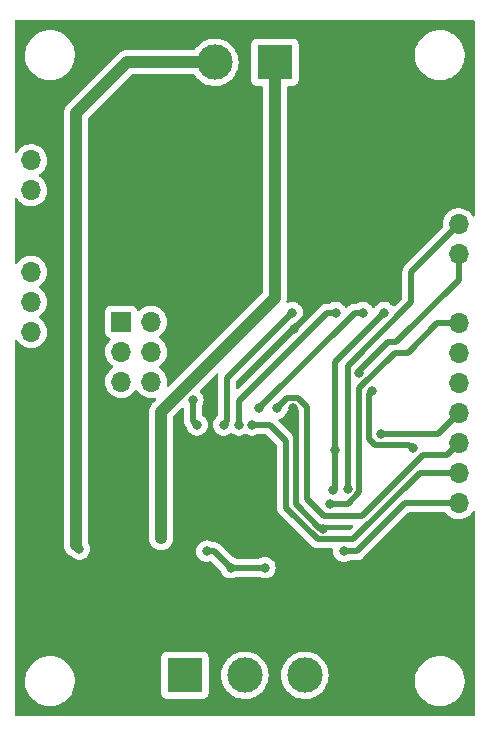
<source format=gbr>
%TF.GenerationSoftware,KiCad,Pcbnew,(6.0.4)*%
%TF.CreationDate,2024-04-18T18:30:19+02:00*%
%TF.ProjectId,focBLDCdrv,666f6342-4c44-4436-9472-762e6b696361,rev?*%
%TF.SameCoordinates,Original*%
%TF.FileFunction,Copper,L2,Bot*%
%TF.FilePolarity,Positive*%
%FSLAX46Y46*%
G04 Gerber Fmt 4.6, Leading zero omitted, Abs format (unit mm)*
G04 Created by KiCad (PCBNEW (6.0.4)) date 2024-04-18 18:30:19*
%MOMM*%
%LPD*%
G01*
G04 APERTURE LIST*
%TA.AperFunction,ComponentPad*%
%ADD10R,1.700000X1.700000*%
%TD*%
%TA.AperFunction,ComponentPad*%
%ADD11O,1.700000X1.700000*%
%TD*%
%TA.AperFunction,ComponentPad*%
%ADD12R,3.000000X3.000000*%
%TD*%
%TA.AperFunction,ComponentPad*%
%ADD13C,3.000000*%
%TD*%
%TA.AperFunction,ComponentPad*%
%ADD14C,0.400000*%
%TD*%
%TA.AperFunction,ComponentPad*%
%ADD15C,0.450000*%
%TD*%
%TA.AperFunction,ViaPad*%
%ADD16C,0.800000*%
%TD*%
%TA.AperFunction,Conductor*%
%ADD17C,1.000000*%
%TD*%
%TA.AperFunction,Conductor*%
%ADD18C,0.500000*%
%TD*%
%TA.AperFunction,Conductor*%
%ADD19C,0.250000*%
%TD*%
G04 APERTURE END LIST*
D10*
%TO.P,J5,1,Pin_1*%
%TO.N,Net-(J5-Pad1)*%
X137625000Y-92775000D03*
D11*
%TO.P,J5,2,Pin_2*%
%TO.N,Net-(J5-Pad2)*%
X140165000Y-92775000D03*
%TO.P,J5,3,Pin_3*%
%TO.N,Net-(J5-Pad3)*%
X137625000Y-95315000D03*
%TO.P,J5,4,Pin_4*%
%TO.N,Net-(J5-Pad2)*%
X140165000Y-95315000D03*
%TO.P,J5,5,Pin_5*%
%TO.N,Net-(J5-Pad5)*%
X137625000Y-97855000D03*
%TO.P,J5,6,Pin_6*%
%TO.N,Net-(J5-Pad2)*%
X140165000Y-97855000D03*
%TD*%
D12*
%TO.P,J2,1,Pin_1*%
%TO.N,Net-(J2-Pad1)*%
X143020000Y-122700000D03*
D13*
%TO.P,J2,2,Pin_2*%
%TO.N,Net-(J2-Pad2)*%
X148100000Y-122700000D03*
%TO.P,J2,3,Pin_3*%
%TO.N,Net-(J2-Pad3)*%
X153180000Y-122700000D03*
%TD*%
D12*
%TO.P,J1,1,Pin_1*%
%TO.N,VM*%
X150640000Y-70800000D03*
D13*
%TO.P,J1,2,Pin_2*%
%TO.N,PNGD*%
X145560000Y-70800000D03*
%TD*%
D10*
%TO.P,J6,1,Pin_1*%
%TO.N,GNDA*%
X130000000Y-76560000D03*
D11*
%TO.P,J6,2,Pin_2*%
%TO.N,FG*%
X130000000Y-79100000D03*
%TO.P,J6,3,Pin_3*%
%TO.N,nFAULT*%
X130000000Y-81640000D03*
%TD*%
D10*
%TO.P,J7,1,Pin_1*%
%TO.N,GNDA*%
X130000000Y-86000000D03*
D11*
%TO.P,J7,2,Pin_2*%
%TO.N,AVDD*%
X130000000Y-88540000D03*
%TO.P,J7,3,Pin_3*%
%TO.N,DVDD*%
X130000000Y-91080000D03*
%TO.P,J7,4,Pin_4*%
%TO.N,BUCK*%
X130000000Y-93620000D03*
%TD*%
D10*
%TO.P,J3,1,Pin_1*%
%TO.N,GNDA*%
X166200000Y-110675000D03*
D11*
%TO.P,J3,2,Pin_2*%
%TO.N,DRVOFF*%
X166200000Y-108135000D03*
%TO.P,J3,3,Pin_3*%
%TO.N,BRAKE*%
X166200000Y-105595000D03*
%TO.P,J3,4,Pin_4*%
%TO.N,EXT_CLK*%
X166200000Y-103055000D03*
%TO.P,J3,5,Pin_5*%
%TO.N,EXT_WD*%
X166200000Y-100515000D03*
%TO.P,J3,6,Pin_6*%
%TO.N,SOX*%
X166200000Y-97975000D03*
%TO.P,J3,7,Pin_7*%
%TO.N,DIR*%
X166200000Y-95435000D03*
%TO.P,J3,8,Pin_8*%
%TO.N,SPEED*%
X166200000Y-92895000D03*
%TD*%
D10*
%TO.P,J4,1,Pin_1*%
%TO.N,GNDA*%
X166200000Y-81975000D03*
D11*
%TO.P,J4,2,Pin_2*%
%TO.N,SDA*%
X166200000Y-84515000D03*
%TO.P,J4,3,Pin_3*%
%TO.N,SCL*%
X166200000Y-87055000D03*
%TD*%
D14*
%TO.P,U1,41*%
%TO.N,GNDA*%
X148925000Y-110400000D03*
X146700000Y-106450000D03*
X148925000Y-107800000D03*
D15*
X149900000Y-106450000D03*
D14*
X148925000Y-109150000D03*
D15*
X147675000Y-105200000D03*
D14*
X147650000Y-109150000D03*
X147675000Y-106450000D03*
X146700000Y-107800000D03*
X147675000Y-110400000D03*
X148925000Y-106450000D03*
X147675000Y-107800000D03*
X149900000Y-107800000D03*
X146700000Y-109150000D03*
D15*
X148925000Y-105200000D03*
D14*
X149900000Y-109150000D03*
%TD*%
D16*
%TO.N,VM*%
X141000000Y-111100000D03*
%TO.N,PNGD*%
X146900000Y-113600000D03*
X134100000Y-112000000D03*
X144900000Y-112200000D03*
X149800000Y-113600000D03*
%TO.N,BUCK*%
X144049500Y-101500688D03*
X143699312Y-99399312D03*
%TO.N,Net-(D1-Pad1)*%
X146300000Y-101500000D03*
X152100000Y-92000000D03*
%TO.N,SOX*%
X155800000Y-92000000D03*
X147600000Y-101500000D03*
%TO.N,DIR*%
X149300000Y-100100000D03*
X158100000Y-92000000D03*
%TO.N,DRVOFF*%
X156500000Y-112200000D03*
%TO.N,EXT_CLK*%
X150800000Y-100100000D03*
%TO.N,EXT_WD*%
X159600000Y-102300000D03*
%TO.N,BRAKE*%
X148700000Y-101500000D03*
%TO.N,FG*%
X159900000Y-92000000D03*
X155600000Y-107000000D03*
X155700000Y-103600000D03*
%TO.N,AVDD*%
X158900000Y-98600000D03*
X162300000Y-103500000D03*
%TO.N,SCL*%
X157800000Y-97100000D03*
%TO.N,SDA*%
X156800000Y-106900000D03*
%TO.N,SPEED*%
X155300000Y-108200000D03*
%TO.N,GNDA*%
X154700000Y-110300000D03*
X139200000Y-86800000D03*
X139200000Y-89300000D03*
X152300000Y-93400000D03*
X152200000Y-100100000D03*
%TD*%
D17*
%TO.N,VM*%
X141000000Y-100400000D02*
X141000000Y-111100000D01*
X150640000Y-90760000D02*
X141000000Y-100400000D01*
X150640000Y-70800000D02*
X150640000Y-90760000D01*
D18*
%TO.N,PNGD*%
X145500000Y-112200000D02*
X144900000Y-112200000D01*
D17*
X133800000Y-75100000D02*
X133800000Y-111700000D01*
X145560000Y-70800000D02*
X138100000Y-70800000D01*
D18*
X149800000Y-113600000D02*
X146900000Y-113600000D01*
X146900000Y-113600000D02*
X145500000Y-112200000D01*
D17*
X138100000Y-70800000D02*
X133800000Y-75100000D01*
D19*
X133800000Y-111700000D02*
X134100000Y-112000000D01*
D18*
%TO.N,BUCK*%
X143699312Y-99399312D02*
X143699312Y-101150500D01*
X143699312Y-101150500D02*
X144049500Y-101500688D01*
%TO.N,Net-(D1-Pad1)*%
X146600000Y-97500000D02*
X152100000Y-92000000D01*
X146300000Y-101500000D02*
X146600000Y-101200000D01*
X146600000Y-101200000D02*
X146600000Y-97500000D01*
%TO.N,SOX*%
X155800000Y-92000000D02*
X155075386Y-92000000D01*
X147600000Y-99475386D02*
X147600000Y-101500000D01*
X155075386Y-92000000D02*
X147600000Y-99475386D01*
%TO.N,DIR*%
X157400000Y-92000000D02*
X158100000Y-92000000D01*
X149300000Y-100100000D02*
X157400000Y-92000000D01*
D19*
%TO.N,DRVOFF*%
X161700000Y-108100000D02*
X161735000Y-108135000D01*
D18*
X156500000Y-112200000D02*
X157600000Y-112200000D01*
X157600000Y-112200000D02*
X161700000Y-108100000D01*
X161735000Y-108135000D02*
X166200000Y-108135000D01*
%TO.N,EXT_CLK*%
X153400000Y-100000000D02*
X153400000Y-107800000D01*
X152600000Y-99200000D02*
X153400000Y-100000000D01*
X165205480Y-104049520D02*
X166200000Y-103055000D01*
X163150480Y-104049520D02*
X165205480Y-104049520D01*
X154800000Y-109200000D02*
X158000000Y-109200000D01*
X153400000Y-107800000D02*
X154800000Y-109200000D01*
X151700000Y-99200000D02*
X152600000Y-99200000D01*
X158000000Y-109200000D02*
X163150480Y-104049520D01*
X150800000Y-100100000D02*
X151700000Y-99200000D01*
%TO.N,EXT_WD*%
X164415000Y-102300000D02*
X166200000Y-100515000D01*
X159600000Y-102300000D02*
X164415000Y-102300000D01*
%TO.N,BRAKE*%
X150200000Y-101500000D02*
X151600000Y-102900000D01*
X151600000Y-102900000D02*
X151600000Y-108524614D01*
X157300000Y-111200000D02*
X162905000Y-105595000D01*
X151600000Y-108524614D02*
X154275386Y-111200000D01*
X154275386Y-111200000D02*
X157300000Y-111200000D01*
X162905000Y-105595000D02*
X166200000Y-105595000D01*
X148700000Y-101500000D02*
X150200000Y-101500000D01*
%TO.N,FG*%
X155700000Y-96200000D02*
X159900000Y-92000000D01*
X155700000Y-106900000D02*
X155700000Y-103600000D01*
D19*
X155600000Y-107000000D02*
X155700000Y-106900000D01*
D18*
X155700000Y-103600000D02*
X155700000Y-96200000D01*
%TO.N,AVDD*%
X158600000Y-98900000D02*
X158600000Y-102700000D01*
X158900000Y-98600000D02*
X158600000Y-98900000D01*
X162000000Y-103200000D02*
X162300000Y-103500000D01*
X159100000Y-103200000D02*
X162000000Y-103200000D01*
X158600000Y-102700000D02*
X159100000Y-103200000D01*
%TO.N,SCL*%
X166200000Y-87075000D02*
X166200000Y-89200000D01*
X160900000Y-94500000D02*
X160200000Y-94500000D01*
X166200000Y-89200000D02*
X160900000Y-94500000D01*
X160200000Y-94500000D02*
X157800000Y-96900000D01*
X157800000Y-96900000D02*
X157800000Y-97100000D01*
%TO.N,SDA*%
X156800000Y-96500000D02*
X162200000Y-91100000D01*
X162200000Y-88535000D02*
X166200000Y-84535000D01*
X162200000Y-91100000D02*
X162200000Y-88535000D01*
X156800000Y-106900000D02*
X156800000Y-96500000D01*
X166200000Y-84535000D02*
X166200000Y-84515000D01*
%TO.N,SPEED*%
X155300000Y-108200000D02*
X156800000Y-108200000D01*
X157800000Y-107200000D02*
X157800000Y-98400000D01*
X161900000Y-95400000D02*
X164405000Y-92895000D01*
X156800000Y-108200000D02*
X157800000Y-107200000D01*
X164405000Y-92895000D02*
X166200000Y-92895000D01*
X160800000Y-95400000D02*
X161900000Y-95400000D01*
X157800000Y-98400000D02*
X160800000Y-95400000D01*
%TO.N,GNDA*%
X163725000Y-81975000D02*
X152300000Y-93400000D01*
X154700000Y-110300000D02*
X154500000Y-110300000D01*
X139200000Y-89300000D02*
X139200000Y-86800000D01*
X166200000Y-81975000D02*
X163725000Y-81975000D01*
X152400000Y-108200000D02*
X152400000Y-100300000D01*
X154500000Y-110300000D02*
X152400000Y-108200000D01*
X152400000Y-100300000D02*
X152200000Y-100100000D01*
%TD*%
%TA.AperFunction,Conductor*%
%TO.N,GNDA*%
G36*
X147068463Y-109852680D02*
G01*
X147101772Y-109915378D01*
X147095895Y-109986131D01*
X147081438Y-110013199D01*
X147050826Y-110056755D01*
X147043694Y-110070057D01*
X146986966Y-110215554D01*
X146983214Y-110230168D01*
X146962830Y-110385001D01*
X146962673Y-110400082D01*
X146979810Y-110555310D01*
X146983255Y-110569996D01*
X146994235Y-110600000D01*
X146500000Y-110600000D01*
X146486656Y-109826025D01*
X146595858Y-109854673D01*
X146610809Y-109856720D01*
X146766953Y-109859174D01*
X146781954Y-109857597D01*
X146934187Y-109822731D01*
X146935676Y-109822195D01*
X146936830Y-109822126D01*
X146941588Y-109821036D01*
X146941770Y-109821829D01*
X147006545Y-109817943D01*
X147068463Y-109852680D01*
G37*
%TD.AperFunction*%
%TA.AperFunction,Conductor*%
G36*
X149652034Y-109816942D02*
G01*
X149795858Y-109854673D01*
X149810809Y-109856720D01*
X149966953Y-109859174D01*
X149981954Y-109857597D01*
X150113553Y-109827457D01*
X150100000Y-110600000D01*
X149607703Y-110600000D01*
X149611063Y-110591641D01*
X149614968Y-110577068D01*
X149637463Y-110419016D01*
X149638087Y-110410813D01*
X149638157Y-110404121D01*
X149637705Y-110395906D01*
X149618525Y-110237418D01*
X149614929Y-110222775D01*
X149559724Y-110076680D01*
X149552739Y-110063319D01*
X149516221Y-110010185D01*
X149494121Y-109942716D01*
X149512006Y-109874009D01*
X149564198Y-109825878D01*
X149634126Y-109813605D01*
X149652034Y-109816942D01*
G37*
%TD.AperFunction*%
%TA.AperFunction,Conductor*%
G36*
X148969032Y-104941936D02*
G01*
X149014095Y-104970897D01*
X149154103Y-105110905D01*
X149188129Y-105173217D01*
X149183064Y-105244032D01*
X149154103Y-105289095D01*
X148613332Y-105829866D01*
X148605718Y-105843810D01*
X148605849Y-105845643D01*
X148610100Y-105852257D01*
X148912192Y-106154349D01*
X148926130Y-106161960D01*
X148927966Y-106161828D01*
X148934578Y-106157579D01*
X149253866Y-105838292D01*
X149316178Y-105804267D01*
X149333972Y-105801709D01*
X149349031Y-105800632D01*
X149364923Y-105791159D01*
X149376076Y-105782693D01*
X149378352Y-105780526D01*
X149380152Y-105779599D01*
X149381689Y-105778433D01*
X149381894Y-105778703D01*
X149441477Y-105748034D01*
X149512148Y-105754827D01*
X149559689Y-105792263D01*
X149560383Y-105791630D01*
X149564213Y-105795825D01*
X149567927Y-105798750D01*
X149569193Y-105800995D01*
X150129103Y-106360905D01*
X150163129Y-106423217D01*
X150158064Y-106494032D01*
X150129103Y-106539095D01*
X149575620Y-107092578D01*
X149568006Y-107106522D01*
X149570167Y-107136737D01*
X149566951Y-107175373D01*
X149566334Y-107177923D01*
X149569288Y-107186447D01*
X150093747Y-107710906D01*
X150127773Y-107773218D01*
X150122708Y-107844033D01*
X150093747Y-107889096D01*
X149900000Y-108082843D01*
X149573965Y-108408877D01*
X149566351Y-108422821D01*
X149567998Y-108445849D01*
X149575316Y-108465473D01*
X149572100Y-108504105D01*
X149566334Y-108527923D01*
X149569289Y-108536448D01*
X150093747Y-109060906D01*
X150125966Y-109119910D01*
X150125302Y-109157759D01*
X150122708Y-109194033D01*
X150093747Y-109239096D01*
X149900000Y-109432843D01*
X149573964Y-109758878D01*
X149550406Y-109802020D01*
X149500203Y-109852222D01*
X149430829Y-109867313D01*
X149364309Y-109842501D01*
X149356000Y-109835710D01*
X149337706Y-109819410D01*
X149329999Y-109814054D01*
X149289516Y-109796037D01*
X149286211Y-109793596D01*
X149264458Y-109773128D01*
X149260199Y-109768041D01*
X148937808Y-109445651D01*
X148923870Y-109438040D01*
X148922034Y-109438172D01*
X148915422Y-109442421D01*
X148598963Y-109758879D01*
X148592397Y-109770904D01*
X148589136Y-109775156D01*
X148592702Y-109781870D01*
X148594289Y-109786448D01*
X149118747Y-110310906D01*
X149152773Y-110373218D01*
X149147708Y-110444033D01*
X149118747Y-110489096D01*
X149014096Y-110593747D01*
X149002645Y-110600000D01*
X148845636Y-110600000D01*
X148835906Y-110593747D01*
X148312850Y-110070691D01*
X148303039Y-110065334D01*
X148300290Y-110063493D01*
X148291640Y-110069030D01*
X148285723Y-110072118D01*
X147764094Y-110593747D01*
X147752643Y-110600000D01*
X147595634Y-110600000D01*
X147585904Y-110593747D01*
X147481253Y-110489096D01*
X147447227Y-110426784D01*
X147452292Y-110355969D01*
X147481253Y-110310906D01*
X147991846Y-109800313D01*
X147999460Y-109786368D01*
X147999329Y-109784534D01*
X147995078Y-109777921D01*
X147662808Y-109445651D01*
X147648870Y-109438040D01*
X147647034Y-109438172D01*
X147640422Y-109442421D01*
X147323963Y-109758880D01*
X147322507Y-109761546D01*
X147282746Y-109805368D01*
X147268398Y-109815119D01*
X147263107Y-109819735D01*
X147262908Y-109819507D01*
X147262226Y-109820021D01*
X147262465Y-109820295D01*
X147240315Y-109839618D01*
X147175833Y-109869327D01*
X147105526Y-109859458D01*
X147051715Y-109813144D01*
X147038009Y-109784689D01*
X147031040Y-109763883D01*
X146506252Y-109239095D01*
X146475567Y-109182902D01*
X146475019Y-109151130D01*
X146988040Y-109151130D01*
X146988172Y-109152966D01*
X146992421Y-109159579D01*
X147162192Y-109329349D01*
X147176130Y-109336960D01*
X147177966Y-109336829D01*
X147184579Y-109332579D01*
X147354349Y-109162808D01*
X147360726Y-109151130D01*
X147938040Y-109151130D01*
X147938172Y-109152966D01*
X147942421Y-109159578D01*
X148262586Y-109479744D01*
X148276529Y-109487357D01*
X148287402Y-109486580D01*
X148296126Y-109486802D01*
X148315095Y-109477063D01*
X148629349Y-109162808D01*
X148635726Y-109151130D01*
X149213040Y-109151130D01*
X149213172Y-109152966D01*
X149217421Y-109159578D01*
X149399692Y-109341849D01*
X149413630Y-109349460D01*
X149415466Y-109349329D01*
X149422079Y-109345079D01*
X149604349Y-109162808D01*
X149611960Y-109148870D01*
X149611828Y-109147034D01*
X149607579Y-109140422D01*
X149425308Y-108958151D01*
X149411370Y-108950540D01*
X149409534Y-108950671D01*
X149402921Y-108954921D01*
X149220651Y-109137192D01*
X149213040Y-109151130D01*
X148635726Y-109151130D01*
X148636960Y-109148870D01*
X148636828Y-109147034D01*
X148632579Y-109140422D01*
X148312848Y-108820690D01*
X148298905Y-108813077D01*
X148292703Y-108813520D01*
X148277889Y-108813220D01*
X148260662Y-108822180D01*
X147945651Y-109137192D01*
X147938040Y-109151130D01*
X147360726Y-109151130D01*
X147361960Y-109148870D01*
X147361828Y-109147034D01*
X147357579Y-109140421D01*
X147187808Y-108970651D01*
X147173870Y-108963040D01*
X147172034Y-108963171D01*
X147165421Y-108967421D01*
X146995651Y-109137192D01*
X146988040Y-109151130D01*
X146475019Y-109151130D01*
X146474833Y-109140330D01*
X146477291Y-109105968D01*
X146506252Y-109060905D01*
X146700000Y-108867157D01*
X147026073Y-108541085D01*
X147033260Y-108527923D01*
X147316334Y-108527923D01*
X147319288Y-108536446D01*
X147637192Y-108854349D01*
X147651130Y-108861960D01*
X147652966Y-108861828D01*
X147659578Y-108857579D01*
X147976074Y-108541084D01*
X147983261Y-108527923D01*
X148591334Y-108527923D01*
X148594288Y-108536446D01*
X148912192Y-108854349D01*
X148926130Y-108861960D01*
X148927966Y-108861828D01*
X148934578Y-108857579D01*
X149251074Y-108541084D01*
X149258687Y-108527141D01*
X149257050Y-108504251D01*
X149249640Y-108484383D01*
X149253174Y-108444468D01*
X149258818Y-108422177D01*
X149256040Y-108413883D01*
X148937812Y-108095655D01*
X148923868Y-108088041D01*
X148922033Y-108088172D01*
X148915423Y-108092420D01*
X148598964Y-108408878D01*
X148591351Y-108422821D01*
X148592998Y-108445849D01*
X148600316Y-108465473D01*
X148597100Y-108504105D01*
X148591334Y-108527923D01*
X147983261Y-108527923D01*
X147983687Y-108527142D01*
X147982366Y-108508671D01*
X147997458Y-108439297D01*
X148007889Y-108425842D01*
X148008818Y-108422176D01*
X148006040Y-108413883D01*
X147687812Y-108095655D01*
X147673868Y-108088041D01*
X147672033Y-108088172D01*
X147665423Y-108092420D01*
X147348964Y-108408878D01*
X147341351Y-108422821D01*
X147342706Y-108441778D01*
X147327613Y-108511151D01*
X147317064Y-108524906D01*
X147316334Y-108527923D01*
X147033260Y-108527923D01*
X147033687Y-108527141D01*
X147032050Y-108504251D01*
X147024640Y-108484383D01*
X147028174Y-108444468D01*
X147033818Y-108422177D01*
X147031040Y-108413883D01*
X146506252Y-107889095D01*
X146472226Y-107826783D01*
X146474061Y-107801130D01*
X146988040Y-107801130D01*
X146988172Y-107802966D01*
X146992421Y-107809578D01*
X147174692Y-107991849D01*
X147188630Y-107999460D01*
X147190466Y-107999329D01*
X147197079Y-107995079D01*
X147379349Y-107812808D01*
X147385726Y-107801130D01*
X147963040Y-107801130D01*
X147963172Y-107802966D01*
X147967421Y-107809578D01*
X148287190Y-108129348D01*
X148299023Y-108135809D01*
X148301706Y-108137639D01*
X148309580Y-108132578D01*
X148629349Y-107812808D01*
X148635726Y-107801130D01*
X149213040Y-107801130D01*
X149213172Y-107802966D01*
X149217421Y-107809578D01*
X149399692Y-107991849D01*
X149413630Y-107999460D01*
X149415466Y-107999329D01*
X149422079Y-107995079D01*
X149604349Y-107812808D01*
X149611960Y-107798870D01*
X149611828Y-107797034D01*
X149607579Y-107790422D01*
X149425308Y-107608151D01*
X149411370Y-107600540D01*
X149409534Y-107600671D01*
X149402921Y-107604921D01*
X149220651Y-107787192D01*
X149213040Y-107801130D01*
X148635726Y-107801130D01*
X148636960Y-107798870D01*
X148636828Y-107797034D01*
X148632579Y-107790422D01*
X148312848Y-107470690D01*
X148303039Y-107465334D01*
X148300290Y-107463493D01*
X148291640Y-107469030D01*
X148285725Y-107472117D01*
X147970651Y-107787192D01*
X147963040Y-107801130D01*
X147385726Y-107801130D01*
X147386960Y-107798870D01*
X147386828Y-107797034D01*
X147382579Y-107790422D01*
X147200308Y-107608151D01*
X147186370Y-107600540D01*
X147184534Y-107600671D01*
X147177921Y-107604921D01*
X146995651Y-107787192D01*
X146988040Y-107801130D01*
X146474061Y-107801130D01*
X146477291Y-107755968D01*
X146506252Y-107710905D01*
X146700000Y-107517157D01*
X147026073Y-107191085D01*
X147033260Y-107177923D01*
X147341334Y-107177923D01*
X147344288Y-107186446D01*
X147662192Y-107504349D01*
X147676130Y-107511960D01*
X147677966Y-107511828D01*
X147684578Y-107507579D01*
X148001074Y-107191084D01*
X148008260Y-107177923D01*
X148591334Y-107177923D01*
X148594288Y-107186446D01*
X148912192Y-107504349D01*
X148926130Y-107511960D01*
X148927966Y-107511828D01*
X148934578Y-107507579D01*
X149251074Y-107191084D01*
X149258687Y-107177141D01*
X149257050Y-107154251D01*
X149249640Y-107134383D01*
X149253174Y-107094468D01*
X149258818Y-107072177D01*
X149256040Y-107063883D01*
X148937812Y-106745655D01*
X148923868Y-106738041D01*
X148922033Y-106738172D01*
X148915423Y-106742420D01*
X148598964Y-107058878D01*
X148591351Y-107072821D01*
X148592998Y-107095849D01*
X148600316Y-107115473D01*
X148597100Y-107154105D01*
X148591334Y-107177923D01*
X148008260Y-107177923D01*
X148008687Y-107177141D01*
X148007050Y-107154251D01*
X147999640Y-107134383D01*
X148003174Y-107094468D01*
X148008818Y-107072177D01*
X148006040Y-107063883D01*
X147687812Y-106745655D01*
X147673868Y-106738041D01*
X147672033Y-106738172D01*
X147665423Y-106742420D01*
X147348964Y-107058878D01*
X147341351Y-107072821D01*
X147342998Y-107095849D01*
X147350316Y-107115473D01*
X147347100Y-107154105D01*
X147341334Y-107177923D01*
X147033260Y-107177923D01*
X147033687Y-107177141D01*
X147032050Y-107154251D01*
X147024640Y-107134383D01*
X147028174Y-107094468D01*
X147033818Y-107072177D01*
X147031040Y-107063883D01*
X146506252Y-106539095D01*
X146472226Y-106476783D01*
X146474061Y-106451130D01*
X146988040Y-106451130D01*
X146988172Y-106452966D01*
X146992421Y-106459578D01*
X147174692Y-106641849D01*
X147188630Y-106649460D01*
X147190466Y-106649329D01*
X147197079Y-106645079D01*
X147379349Y-106462808D01*
X147385726Y-106451130D01*
X147963040Y-106451130D01*
X147963172Y-106452966D01*
X147967421Y-106459578D01*
X148287190Y-106779348D01*
X148299023Y-106785809D01*
X148301706Y-106787639D01*
X148309580Y-106782578D01*
X148629349Y-106462808D01*
X148635726Y-106451130D01*
X149213040Y-106451130D01*
X149213172Y-106452966D01*
X149217421Y-106459579D01*
X149382014Y-106624171D01*
X149395952Y-106631782D01*
X149397788Y-106631651D01*
X149404402Y-106627400D01*
X149568990Y-106462812D01*
X149576604Y-106448868D01*
X149576473Y-106447035D01*
X149572222Y-106440420D01*
X149407634Y-106275832D01*
X149393690Y-106268218D01*
X149391857Y-106268349D01*
X149385243Y-106272599D01*
X149220651Y-106437192D01*
X149213040Y-106451130D01*
X148635726Y-106451130D01*
X148636960Y-106448870D01*
X148636828Y-106447034D01*
X148632579Y-106440422D01*
X148312848Y-106120690D01*
X148303039Y-106115334D01*
X148300290Y-106113493D01*
X148291640Y-106119030D01*
X148285725Y-106122117D01*
X147970651Y-106437192D01*
X147963040Y-106451130D01*
X147385726Y-106451130D01*
X147386960Y-106448870D01*
X147386828Y-106447034D01*
X147382579Y-106440422D01*
X147200308Y-106258151D01*
X147186370Y-106250540D01*
X147184534Y-106250671D01*
X147177921Y-106254921D01*
X146995651Y-106437192D01*
X146988040Y-106451130D01*
X146474061Y-106451130D01*
X146477291Y-106405968D01*
X146506252Y-106360905D01*
X146700000Y-106167157D01*
X147026074Y-105841084D01*
X147036987Y-105821099D01*
X147087190Y-105770897D01*
X147156564Y-105755806D01*
X147216565Y-105776051D01*
X147246471Y-105795620D01*
X147296578Y-105810783D01*
X147297503Y-105810790D01*
X147350149Y-105842307D01*
X147662192Y-106154349D01*
X147676130Y-106161960D01*
X147677966Y-106161828D01*
X147684578Y-106157579D01*
X147986669Y-105855489D01*
X147994282Y-105841546D01*
X147994151Y-105839712D01*
X147989900Y-105833098D01*
X147445897Y-105289095D01*
X147411871Y-105226783D01*
X147416936Y-105155968D01*
X147445897Y-105110905D01*
X147585905Y-104970897D01*
X147648217Y-104936871D01*
X147719032Y-104941936D01*
X147764095Y-104970897D01*
X148287188Y-105493990D01*
X148301132Y-105501604D01*
X148302965Y-105501473D01*
X148309580Y-105497222D01*
X148835905Y-104970897D01*
X148898217Y-104936871D01*
X148969032Y-104941936D01*
G37*
%TD.AperFunction*%
%TA.AperFunction,Conductor*%
G36*
X146401724Y-104900000D02*
G01*
X147004105Y-104900000D01*
X146960455Y-105019927D01*
X146957162Y-105033542D01*
X146938318Y-105182707D01*
X146938122Y-105196714D01*
X146952794Y-105346355D01*
X146955705Y-105360049D01*
X147003166Y-105502721D01*
X147009035Y-105515423D01*
X147051831Y-105586087D01*
X147070010Y-105654717D01*
X147048200Y-105722280D01*
X146993324Y-105767327D01*
X146922806Y-105775554D01*
X146913360Y-105773563D01*
X146796759Y-105744275D01*
X146781787Y-105742384D01*
X146625623Y-105741567D01*
X146610643Y-105743300D01*
X146458784Y-105779757D01*
X146444649Y-105785013D01*
X146417227Y-105799167D01*
X146401724Y-104900000D01*
X146400000Y-104900000D01*
X146400000Y-104800000D01*
X146401724Y-104900000D01*
G37*
%TD.AperFunction*%
%TA.AperFunction,Conductor*%
G36*
X150184680Y-105773242D02*
G01*
X150075075Y-105734213D01*
X150061450Y-105731017D01*
X149912143Y-105713214D01*
X149898146Y-105713116D01*
X149748609Y-105728833D01*
X149734929Y-105731840D01*
X149719328Y-105737151D01*
X149648395Y-105740168D01*
X149587092Y-105704358D01*
X149554881Y-105641088D01*
X149561990Y-105570449D01*
X149573778Y-105548142D01*
X149577170Y-105543038D01*
X149583569Y-105530585D01*
X149636961Y-105390032D01*
X149640445Y-105376463D01*
X149661800Y-105224506D01*
X149662405Y-105216649D01*
X149662583Y-105203961D01*
X149662196Y-105196063D01*
X149645092Y-105043576D01*
X149641990Y-105029923D01*
X149596746Y-104900000D01*
X150200000Y-104900000D01*
X150184680Y-105773242D01*
G37*
%TD.AperFunction*%
%TD*%
%TA.AperFunction,Conductor*%
%TO.N,GNDA*%
G36*
X146430777Y-109809492D02*
G01*
X146444803Y-109815045D01*
X146595858Y-109854673D01*
X146610809Y-109856720D01*
X146766953Y-109859174D01*
X146781954Y-109857597D01*
X146934187Y-109822731D01*
X146935676Y-109822195D01*
X146936830Y-109822126D01*
X146941588Y-109821036D01*
X146941770Y-109821829D01*
X147006545Y-109817943D01*
X147068463Y-109852680D01*
X147101772Y-109915378D01*
X147095895Y-109986131D01*
X147081438Y-110013199D01*
X147050826Y-110056755D01*
X147043694Y-110070057D01*
X146986966Y-110215554D01*
X146983214Y-110230168D01*
X146962830Y-110385001D01*
X146962673Y-110400082D01*
X146979810Y-110555310D01*
X146983254Y-110569993D01*
X147030829Y-110700000D01*
X146400000Y-110700000D01*
X146400000Y-109792781D01*
X146430777Y-109809492D01*
G37*
%TD.AperFunction*%
%TA.AperFunction,Conductor*%
G36*
X150200000Y-110700000D02*
G01*
X149567503Y-110700000D01*
X149611063Y-110591641D01*
X149614968Y-110577068D01*
X149637463Y-110419016D01*
X149638087Y-110410813D01*
X149638157Y-110404121D01*
X149637705Y-110395906D01*
X149618525Y-110237418D01*
X149614929Y-110222775D01*
X149559724Y-110076680D01*
X149552739Y-110063319D01*
X149516221Y-110010185D01*
X149494121Y-109942716D01*
X149512006Y-109874009D01*
X149564198Y-109825878D01*
X149634126Y-109813605D01*
X149652034Y-109816942D01*
X149795858Y-109854673D01*
X149810809Y-109856720D01*
X149966953Y-109859174D01*
X149981954Y-109857597D01*
X150134185Y-109822732D01*
X150148373Y-109817623D01*
X150200000Y-109791657D01*
X150200000Y-110700000D01*
G37*
%TD.AperFunction*%
%TA.AperFunction,Conductor*%
G36*
X148969032Y-104941936D02*
G01*
X149014095Y-104970897D01*
X149154103Y-105110905D01*
X149188129Y-105173217D01*
X149183064Y-105244032D01*
X149154103Y-105289095D01*
X148613332Y-105829866D01*
X148605718Y-105843810D01*
X148605849Y-105845643D01*
X148610100Y-105852257D01*
X148912192Y-106154349D01*
X148926130Y-106161960D01*
X148927966Y-106161828D01*
X148934578Y-106157579D01*
X149253866Y-105838292D01*
X149316178Y-105804267D01*
X149333972Y-105801709D01*
X149349031Y-105800632D01*
X149364923Y-105791159D01*
X149376076Y-105782693D01*
X149378352Y-105780526D01*
X149380152Y-105779599D01*
X149381689Y-105778433D01*
X149381894Y-105778703D01*
X149441477Y-105748034D01*
X149512148Y-105754827D01*
X149559689Y-105792263D01*
X149560383Y-105791630D01*
X149564213Y-105795825D01*
X149567927Y-105798750D01*
X149569193Y-105800995D01*
X150129103Y-106360905D01*
X150163129Y-106423217D01*
X150158064Y-106494032D01*
X150129103Y-106539095D01*
X149575620Y-107092578D01*
X149568006Y-107106522D01*
X149570167Y-107136737D01*
X149566951Y-107175373D01*
X149566334Y-107177923D01*
X149569288Y-107186447D01*
X150093747Y-107710906D01*
X150127773Y-107773218D01*
X150122708Y-107844033D01*
X150093747Y-107889096D01*
X149900000Y-108082843D01*
X149573965Y-108408877D01*
X149566351Y-108422821D01*
X149567998Y-108445849D01*
X149575316Y-108465473D01*
X149572100Y-108504105D01*
X149566334Y-108527923D01*
X149569289Y-108536448D01*
X150093747Y-109060906D01*
X150127773Y-109123218D01*
X150122708Y-109194033D01*
X150093747Y-109239096D01*
X149900000Y-109432843D01*
X149573964Y-109758878D01*
X149550406Y-109802020D01*
X149500203Y-109852222D01*
X149430829Y-109867313D01*
X149364309Y-109842501D01*
X149356000Y-109835710D01*
X149337706Y-109819410D01*
X149329999Y-109814054D01*
X149289516Y-109796037D01*
X149286211Y-109793596D01*
X149264458Y-109773128D01*
X149260199Y-109768041D01*
X148937808Y-109445651D01*
X148923870Y-109438040D01*
X148922034Y-109438172D01*
X148915422Y-109442421D01*
X148598963Y-109758879D01*
X148592397Y-109770904D01*
X148589136Y-109775156D01*
X148592702Y-109781870D01*
X148594289Y-109786448D01*
X149118747Y-110310906D01*
X149152773Y-110373218D01*
X149147708Y-110444033D01*
X149118747Y-110489096D01*
X149014096Y-110593747D01*
X148951784Y-110627773D01*
X148880969Y-110622708D01*
X148835906Y-110593747D01*
X148312850Y-110070691D01*
X148303039Y-110065334D01*
X148300290Y-110063493D01*
X148291640Y-110069030D01*
X148285723Y-110072118D01*
X147764094Y-110593747D01*
X147701782Y-110627773D01*
X147630967Y-110622708D01*
X147585904Y-110593747D01*
X147481253Y-110489096D01*
X147447227Y-110426784D01*
X147452292Y-110355969D01*
X147481253Y-110310906D01*
X147991846Y-109800313D01*
X147999460Y-109786368D01*
X147999329Y-109784534D01*
X147995078Y-109777921D01*
X147662808Y-109445651D01*
X147648870Y-109438040D01*
X147647034Y-109438172D01*
X147640422Y-109442421D01*
X147323963Y-109758880D01*
X147322507Y-109761546D01*
X147282746Y-109805368D01*
X147268398Y-109815119D01*
X147263107Y-109819735D01*
X147262908Y-109819507D01*
X147262226Y-109820021D01*
X147262465Y-109820295D01*
X147240315Y-109839618D01*
X147175833Y-109869327D01*
X147105526Y-109859458D01*
X147051715Y-109813144D01*
X147038009Y-109784689D01*
X147031040Y-109763883D01*
X146506252Y-109239095D01*
X146472226Y-109176783D01*
X146474061Y-109151130D01*
X146988040Y-109151130D01*
X146988172Y-109152966D01*
X146992421Y-109159579D01*
X147162192Y-109329349D01*
X147176130Y-109336960D01*
X147177966Y-109336829D01*
X147184579Y-109332579D01*
X147354349Y-109162808D01*
X147360726Y-109151130D01*
X147938040Y-109151130D01*
X147938172Y-109152966D01*
X147942421Y-109159578D01*
X148262586Y-109479744D01*
X148276529Y-109487357D01*
X148287402Y-109486580D01*
X148296126Y-109486802D01*
X148315095Y-109477063D01*
X148629349Y-109162808D01*
X148635726Y-109151130D01*
X149213040Y-109151130D01*
X149213172Y-109152966D01*
X149217421Y-109159578D01*
X149399692Y-109341849D01*
X149413630Y-109349460D01*
X149415466Y-109349329D01*
X149422079Y-109345079D01*
X149604349Y-109162808D01*
X149611960Y-109148870D01*
X149611828Y-109147034D01*
X149607579Y-109140422D01*
X149425308Y-108958151D01*
X149411370Y-108950540D01*
X149409534Y-108950671D01*
X149402921Y-108954921D01*
X149220651Y-109137192D01*
X149213040Y-109151130D01*
X148635726Y-109151130D01*
X148636960Y-109148870D01*
X148636828Y-109147034D01*
X148632579Y-109140422D01*
X148312848Y-108820690D01*
X148298905Y-108813077D01*
X148292703Y-108813520D01*
X148277889Y-108813220D01*
X148260662Y-108822180D01*
X147945651Y-109137192D01*
X147938040Y-109151130D01*
X147360726Y-109151130D01*
X147361960Y-109148870D01*
X147361828Y-109147034D01*
X147357579Y-109140421D01*
X147187808Y-108970651D01*
X147173870Y-108963040D01*
X147172034Y-108963171D01*
X147165421Y-108967421D01*
X146995651Y-109137192D01*
X146988040Y-109151130D01*
X146474061Y-109151130D01*
X146477291Y-109105968D01*
X146506252Y-109060905D01*
X146700000Y-108867157D01*
X147026073Y-108541085D01*
X147033260Y-108527923D01*
X147316334Y-108527923D01*
X147319288Y-108536446D01*
X147637192Y-108854349D01*
X147651130Y-108861960D01*
X147652966Y-108861828D01*
X147659578Y-108857579D01*
X147976074Y-108541084D01*
X147983261Y-108527923D01*
X148591334Y-108527923D01*
X148594288Y-108536446D01*
X148912192Y-108854349D01*
X148926130Y-108861960D01*
X148927966Y-108861828D01*
X148934578Y-108857579D01*
X149251074Y-108541084D01*
X149258687Y-108527141D01*
X149257050Y-108504251D01*
X149249640Y-108484383D01*
X149253174Y-108444468D01*
X149258818Y-108422177D01*
X149256040Y-108413883D01*
X148937812Y-108095655D01*
X148923868Y-108088041D01*
X148922033Y-108088172D01*
X148915423Y-108092420D01*
X148598964Y-108408878D01*
X148591351Y-108422821D01*
X148592998Y-108445849D01*
X148600316Y-108465473D01*
X148597100Y-108504105D01*
X148591334Y-108527923D01*
X147983261Y-108527923D01*
X147983687Y-108527142D01*
X147982366Y-108508671D01*
X147997458Y-108439297D01*
X148007889Y-108425842D01*
X148008818Y-108422176D01*
X148006040Y-108413883D01*
X147687812Y-108095655D01*
X147673868Y-108088041D01*
X147672033Y-108088172D01*
X147665423Y-108092420D01*
X147348964Y-108408878D01*
X147341351Y-108422821D01*
X147342706Y-108441778D01*
X147327613Y-108511151D01*
X147317064Y-108524906D01*
X147316334Y-108527923D01*
X147033260Y-108527923D01*
X147033687Y-108527141D01*
X147032050Y-108504251D01*
X147024640Y-108484383D01*
X147028174Y-108444468D01*
X147033818Y-108422177D01*
X147031040Y-108413883D01*
X146506252Y-107889095D01*
X146472226Y-107826783D01*
X146474061Y-107801130D01*
X146988040Y-107801130D01*
X146988172Y-107802966D01*
X146992421Y-107809578D01*
X147174692Y-107991849D01*
X147188630Y-107999460D01*
X147190466Y-107999329D01*
X147197079Y-107995079D01*
X147379349Y-107812808D01*
X147385726Y-107801130D01*
X147963040Y-107801130D01*
X147963172Y-107802966D01*
X147967421Y-107809578D01*
X148287190Y-108129348D01*
X148299023Y-108135809D01*
X148301706Y-108137639D01*
X148309580Y-108132578D01*
X148629349Y-107812808D01*
X148635726Y-107801130D01*
X149213040Y-107801130D01*
X149213172Y-107802966D01*
X149217421Y-107809578D01*
X149399692Y-107991849D01*
X149413630Y-107999460D01*
X149415466Y-107999329D01*
X149422079Y-107995079D01*
X149604349Y-107812808D01*
X149611960Y-107798870D01*
X149611828Y-107797034D01*
X149607579Y-107790422D01*
X149425308Y-107608151D01*
X149411370Y-107600540D01*
X149409534Y-107600671D01*
X149402921Y-107604921D01*
X149220651Y-107787192D01*
X149213040Y-107801130D01*
X148635726Y-107801130D01*
X148636960Y-107798870D01*
X148636828Y-107797034D01*
X148632579Y-107790422D01*
X148312848Y-107470690D01*
X148303039Y-107465334D01*
X148300290Y-107463493D01*
X148291640Y-107469030D01*
X148285725Y-107472117D01*
X147970651Y-107787192D01*
X147963040Y-107801130D01*
X147385726Y-107801130D01*
X147386960Y-107798870D01*
X147386828Y-107797034D01*
X147382579Y-107790422D01*
X147200308Y-107608151D01*
X147186370Y-107600540D01*
X147184534Y-107600671D01*
X147177921Y-107604921D01*
X146995651Y-107787192D01*
X146988040Y-107801130D01*
X146474061Y-107801130D01*
X146477291Y-107755968D01*
X146506252Y-107710905D01*
X146700000Y-107517157D01*
X147026073Y-107191085D01*
X147033260Y-107177923D01*
X147341334Y-107177923D01*
X147344288Y-107186446D01*
X147662192Y-107504349D01*
X147676130Y-107511960D01*
X147677966Y-107511828D01*
X147684578Y-107507579D01*
X148001074Y-107191084D01*
X148008260Y-107177923D01*
X148591334Y-107177923D01*
X148594288Y-107186446D01*
X148912192Y-107504349D01*
X148926130Y-107511960D01*
X148927966Y-107511828D01*
X148934578Y-107507579D01*
X149251074Y-107191084D01*
X149258687Y-107177141D01*
X149257050Y-107154251D01*
X149249640Y-107134383D01*
X149253174Y-107094468D01*
X149258818Y-107072177D01*
X149256040Y-107063883D01*
X148937812Y-106745655D01*
X148923868Y-106738041D01*
X148922033Y-106738172D01*
X148915423Y-106742420D01*
X148598964Y-107058878D01*
X148591351Y-107072821D01*
X148592998Y-107095849D01*
X148600316Y-107115473D01*
X148597100Y-107154105D01*
X148591334Y-107177923D01*
X148008260Y-107177923D01*
X148008687Y-107177141D01*
X148007050Y-107154251D01*
X147999640Y-107134383D01*
X148003174Y-107094468D01*
X148008818Y-107072177D01*
X148006040Y-107063883D01*
X147687812Y-106745655D01*
X147673868Y-106738041D01*
X147672033Y-106738172D01*
X147665423Y-106742420D01*
X147348964Y-107058878D01*
X147341351Y-107072821D01*
X147342998Y-107095849D01*
X147350316Y-107115473D01*
X147347100Y-107154105D01*
X147341334Y-107177923D01*
X147033260Y-107177923D01*
X147033687Y-107177141D01*
X147032050Y-107154251D01*
X147024640Y-107134383D01*
X147028174Y-107094468D01*
X147033818Y-107072177D01*
X147031040Y-107063883D01*
X146506252Y-106539095D01*
X146472226Y-106476783D01*
X146474061Y-106451130D01*
X146988040Y-106451130D01*
X146988172Y-106452966D01*
X146992421Y-106459578D01*
X147174692Y-106641849D01*
X147188630Y-106649460D01*
X147190466Y-106649329D01*
X147197079Y-106645079D01*
X147379349Y-106462808D01*
X147385726Y-106451130D01*
X147963040Y-106451130D01*
X147963172Y-106452966D01*
X147967421Y-106459578D01*
X148287190Y-106779348D01*
X148299023Y-106785809D01*
X148301706Y-106787639D01*
X148309580Y-106782578D01*
X148629349Y-106462808D01*
X148635726Y-106451130D01*
X149213040Y-106451130D01*
X149213172Y-106452966D01*
X149217421Y-106459579D01*
X149382014Y-106624171D01*
X149395952Y-106631782D01*
X149397788Y-106631651D01*
X149404402Y-106627400D01*
X149568990Y-106462812D01*
X149576604Y-106448868D01*
X149576473Y-106447035D01*
X149572222Y-106440420D01*
X149407634Y-106275832D01*
X149393690Y-106268218D01*
X149391857Y-106268349D01*
X149385243Y-106272599D01*
X149220651Y-106437192D01*
X149213040Y-106451130D01*
X148635726Y-106451130D01*
X148636960Y-106448870D01*
X148636828Y-106447034D01*
X148632579Y-106440422D01*
X148312848Y-106120690D01*
X148303039Y-106115334D01*
X148300290Y-106113493D01*
X148291640Y-106119030D01*
X148285725Y-106122117D01*
X147970651Y-106437192D01*
X147963040Y-106451130D01*
X147385726Y-106451130D01*
X147386960Y-106448870D01*
X147386828Y-106447034D01*
X147382579Y-106440422D01*
X147200308Y-106258151D01*
X147186370Y-106250540D01*
X147184534Y-106250671D01*
X147177921Y-106254921D01*
X146995651Y-106437192D01*
X146988040Y-106451130D01*
X146474061Y-106451130D01*
X146477291Y-106405968D01*
X146506252Y-106360905D01*
X146700000Y-106167157D01*
X147026074Y-105841084D01*
X147036987Y-105821099D01*
X147087190Y-105770897D01*
X147156564Y-105755806D01*
X147216565Y-105776051D01*
X147246471Y-105795620D01*
X147296578Y-105810783D01*
X147297503Y-105810790D01*
X147350149Y-105842307D01*
X147662192Y-106154349D01*
X147676130Y-106161960D01*
X147677966Y-106161828D01*
X147684578Y-106157579D01*
X147986669Y-105855489D01*
X147994282Y-105841546D01*
X147994151Y-105839712D01*
X147989900Y-105833098D01*
X147445897Y-105289095D01*
X147411871Y-105226783D01*
X147416936Y-105155968D01*
X147445897Y-105110905D01*
X147585905Y-104970897D01*
X147648217Y-104936871D01*
X147719032Y-104941936D01*
X147764095Y-104970897D01*
X148287188Y-105493990D01*
X148301132Y-105501604D01*
X148302965Y-105501473D01*
X148309580Y-105497222D01*
X148835905Y-104970897D01*
X148898217Y-104936871D01*
X148969032Y-104941936D01*
G37*
%TD.AperFunction*%
%TA.AperFunction,Conductor*%
G36*
X146960455Y-105019927D02*
G01*
X146957162Y-105033542D01*
X146938318Y-105182707D01*
X146938122Y-105196714D01*
X146952794Y-105346355D01*
X146955705Y-105360049D01*
X147003166Y-105502721D01*
X147009035Y-105515423D01*
X147051831Y-105586087D01*
X147070010Y-105654717D01*
X147048200Y-105722280D01*
X146993324Y-105767327D01*
X146922806Y-105775554D01*
X146913360Y-105773563D01*
X146796759Y-105744275D01*
X146781787Y-105742384D01*
X146625623Y-105741567D01*
X146610643Y-105743300D01*
X146458784Y-105779757D01*
X146444649Y-105785013D01*
X146400000Y-105808058D01*
X146400000Y-104900000D01*
X147004105Y-104900000D01*
X146960455Y-105019927D01*
G37*
%TD.AperFunction*%
%TA.AperFunction,Conductor*%
G36*
X150200000Y-105778697D02*
G01*
X150075075Y-105734213D01*
X150061450Y-105731017D01*
X149912143Y-105713214D01*
X149898146Y-105713116D01*
X149748609Y-105728833D01*
X149734929Y-105731840D01*
X149719328Y-105737151D01*
X149648395Y-105740168D01*
X149587092Y-105704358D01*
X149554881Y-105641088D01*
X149561990Y-105570449D01*
X149573778Y-105548142D01*
X149577170Y-105543038D01*
X149583569Y-105530585D01*
X149636961Y-105390032D01*
X149640445Y-105376463D01*
X149661800Y-105224506D01*
X149662405Y-105216649D01*
X149662583Y-105203961D01*
X149662196Y-105196063D01*
X149645092Y-105043576D01*
X149641990Y-105029923D01*
X149596746Y-104900000D01*
X150200000Y-104900000D01*
X150200000Y-105778697D01*
G37*
%TD.AperFunction*%
%TD*%
%TA.AperFunction,Conductor*%
%TO.N,GNDA*%
G36*
X167533621Y-67228502D02*
G01*
X167580114Y-67282158D01*
X167591500Y-67334500D01*
X167591500Y-83738025D01*
X167571498Y-83806146D01*
X167517842Y-83852639D01*
X167447568Y-83862743D01*
X167382988Y-83833249D01*
X167359708Y-83806465D01*
X167282822Y-83687617D01*
X167282820Y-83687614D01*
X167280014Y-83683277D01*
X167129670Y-83518051D01*
X167125619Y-83514852D01*
X167125615Y-83514848D01*
X166958414Y-83382800D01*
X166958410Y-83382798D01*
X166954359Y-83379598D01*
X166758789Y-83271638D01*
X166753920Y-83269914D01*
X166753916Y-83269912D01*
X166553087Y-83198795D01*
X166553083Y-83198794D01*
X166548212Y-83197069D01*
X166543119Y-83196162D01*
X166543116Y-83196161D01*
X166333373Y-83158800D01*
X166333367Y-83158799D01*
X166328284Y-83157894D01*
X166254452Y-83156992D01*
X166110081Y-83155228D01*
X166110079Y-83155228D01*
X166104911Y-83155165D01*
X165884091Y-83188955D01*
X165671756Y-83258357D01*
X165473607Y-83361507D01*
X165469474Y-83364610D01*
X165469471Y-83364612D01*
X165445247Y-83382800D01*
X165294965Y-83495635D01*
X165140629Y-83657138D01*
X165014743Y-83841680D01*
X164920688Y-84044305D01*
X164860989Y-84259570D01*
X164837251Y-84481695D01*
X164850110Y-84704715D01*
X164854620Y-84724726D01*
X164850085Y-84795574D01*
X164820798Y-84841521D01*
X161711089Y-87951230D01*
X161696677Y-87963616D01*
X161685082Y-87972149D01*
X161685077Y-87972154D01*
X161679182Y-87976492D01*
X161674443Y-87982070D01*
X161674440Y-87982073D01*
X161644965Y-88016768D01*
X161638035Y-88024284D01*
X161632340Y-88029979D01*
X161630060Y-88032861D01*
X161614719Y-88052251D01*
X161611928Y-88055655D01*
X161573658Y-88100702D01*
X161564667Y-88111285D01*
X161561339Y-88117801D01*
X161557972Y-88122850D01*
X161554805Y-88127979D01*
X161550266Y-88133716D01*
X161519345Y-88199875D01*
X161517442Y-88203769D01*
X161484231Y-88268808D01*
X161482492Y-88275916D01*
X161480393Y-88281559D01*
X161478476Y-88287322D01*
X161475378Y-88293950D01*
X161473888Y-88301112D01*
X161473888Y-88301113D01*
X161460514Y-88365412D01*
X161459544Y-88369696D01*
X161442192Y-88440610D01*
X161441500Y-88451764D01*
X161441464Y-88451762D01*
X161441225Y-88455755D01*
X161440851Y-88459947D01*
X161439360Y-88467115D01*
X161439558Y-88474432D01*
X161441454Y-88544521D01*
X161441500Y-88547928D01*
X161441500Y-90733629D01*
X161421498Y-90801750D01*
X161404595Y-90822724D01*
X160792257Y-91435062D01*
X160729945Y-91469088D01*
X160659130Y-91464023D01*
X160609528Y-91430279D01*
X160511253Y-91321134D01*
X160401285Y-91241237D01*
X160362094Y-91212763D01*
X160362093Y-91212762D01*
X160356752Y-91208882D01*
X160350724Y-91206198D01*
X160350722Y-91206197D01*
X160188319Y-91133891D01*
X160188318Y-91133891D01*
X160182288Y-91131206D01*
X160088888Y-91111353D01*
X160001944Y-91092872D01*
X160001939Y-91092872D01*
X159995487Y-91091500D01*
X159804513Y-91091500D01*
X159798061Y-91092872D01*
X159798056Y-91092872D01*
X159711112Y-91111353D01*
X159617712Y-91131206D01*
X159611682Y-91133891D01*
X159611681Y-91133891D01*
X159449278Y-91206197D01*
X159449276Y-91206198D01*
X159443248Y-91208882D01*
X159437907Y-91212762D01*
X159437906Y-91212763D01*
X159398715Y-91241237D01*
X159288747Y-91321134D01*
X159284329Y-91326041D01*
X159284325Y-91326045D01*
X159172210Y-91450562D01*
X159160960Y-91463056D01*
X159155320Y-91472825D01*
X159109119Y-91552847D01*
X159057736Y-91601840D01*
X158988023Y-91615276D01*
X158922112Y-91588890D01*
X158890881Y-91552847D01*
X158844680Y-91472825D01*
X158839040Y-91463056D01*
X158827791Y-91450562D01*
X158715675Y-91326045D01*
X158715671Y-91326041D01*
X158711253Y-91321134D01*
X158601285Y-91241237D01*
X158562094Y-91212763D01*
X158562093Y-91212762D01*
X158556752Y-91208882D01*
X158550724Y-91206198D01*
X158550722Y-91206197D01*
X158388319Y-91133891D01*
X158388318Y-91133891D01*
X158382288Y-91131206D01*
X158288888Y-91111353D01*
X158201944Y-91092872D01*
X158201939Y-91092872D01*
X158195487Y-91091500D01*
X158004513Y-91091500D01*
X157998061Y-91092872D01*
X157998056Y-91092872D01*
X157911112Y-91111353D01*
X157817712Y-91131206D01*
X157811682Y-91133891D01*
X157811681Y-91133891D01*
X157649278Y-91206197D01*
X157649276Y-91206198D01*
X157643248Y-91208882D01*
X157637909Y-91212761D01*
X157637902Y-91212765D01*
X157631472Y-91217437D01*
X157557413Y-91241500D01*
X157467070Y-91241500D01*
X157448120Y-91240067D01*
X157433885Y-91237901D01*
X157433881Y-91237901D01*
X157426651Y-91236801D01*
X157419359Y-91237394D01*
X157419356Y-91237394D01*
X157373982Y-91241085D01*
X157363767Y-91241500D01*
X157355707Y-91241500D01*
X157352073Y-91241924D01*
X157352067Y-91241924D01*
X157339042Y-91243443D01*
X157327480Y-91244791D01*
X157323132Y-91245221D01*
X157250364Y-91251140D01*
X157243403Y-91253395D01*
X157237463Y-91254582D01*
X157231588Y-91255971D01*
X157224319Y-91256818D01*
X157155670Y-91281736D01*
X157151542Y-91283153D01*
X157089064Y-91303393D01*
X157089062Y-91303394D01*
X157082101Y-91305649D01*
X157075846Y-91309445D01*
X157070372Y-91311951D01*
X157064942Y-91314670D01*
X157058063Y-91317167D01*
X157051943Y-91321180D01*
X157051942Y-91321180D01*
X156997024Y-91357186D01*
X156993320Y-91359523D01*
X156930893Y-91397405D01*
X156922516Y-91404803D01*
X156922492Y-91404776D01*
X156919500Y-91407429D01*
X156916267Y-91410132D01*
X156910148Y-91414144D01*
X156863813Y-91463056D01*
X156856872Y-91470383D01*
X156854494Y-91472825D01*
X156774191Y-91553128D01*
X156711879Y-91587154D01*
X156641064Y-91582089D01*
X156584228Y-91539542D01*
X156575977Y-91527033D01*
X156544680Y-91472825D01*
X156539040Y-91463056D01*
X156527791Y-91450562D01*
X156415675Y-91326045D01*
X156415671Y-91326041D01*
X156411253Y-91321134D01*
X156301285Y-91241237D01*
X156262094Y-91212763D01*
X156262093Y-91212762D01*
X156256752Y-91208882D01*
X156250724Y-91206198D01*
X156250722Y-91206197D01*
X156088319Y-91133891D01*
X156088318Y-91133891D01*
X156082288Y-91131206D01*
X155988888Y-91111353D01*
X155901944Y-91092872D01*
X155901939Y-91092872D01*
X155895487Y-91091500D01*
X155704513Y-91091500D01*
X155698061Y-91092872D01*
X155698056Y-91092872D01*
X155611112Y-91111353D01*
X155517712Y-91131206D01*
X155511682Y-91133891D01*
X155511681Y-91133891D01*
X155349278Y-91206197D01*
X155349276Y-91206198D01*
X155343248Y-91208882D01*
X155337909Y-91212761D01*
X155337902Y-91212765D01*
X155331472Y-91217437D01*
X155257413Y-91241500D01*
X155142455Y-91241500D01*
X155123507Y-91240067D01*
X155116166Y-91238950D01*
X155109269Y-91237901D01*
X155109267Y-91237901D01*
X155102037Y-91236801D01*
X155094745Y-91237394D01*
X155094742Y-91237394D01*
X155049368Y-91241085D01*
X155039153Y-91241500D01*
X155031093Y-91241500D01*
X155017803Y-91243049D01*
X155002879Y-91244789D01*
X154998504Y-91245222D01*
X154933047Y-91250546D01*
X154933044Y-91250547D01*
X154925749Y-91251140D01*
X154918785Y-91253396D01*
X154912826Y-91254587D01*
X154906971Y-91255971D01*
X154899705Y-91256818D01*
X154831059Y-91281735D01*
X154826931Y-91283152D01*
X154764450Y-91303393D01*
X154764448Y-91303394D01*
X154757487Y-91305649D01*
X154751232Y-91309445D01*
X154745758Y-91311951D01*
X154740328Y-91314670D01*
X154733449Y-91317167D01*
X154672410Y-91357186D01*
X154668713Y-91359518D01*
X154654622Y-91368069D01*
X154611079Y-91394491D01*
X154611074Y-91394495D01*
X154606278Y-91397405D01*
X154602071Y-91401121D01*
X154602070Y-91401122D01*
X154597902Y-91404803D01*
X154597879Y-91404777D01*
X154594889Y-91407426D01*
X154591650Y-91410134D01*
X154585534Y-91414144D01*
X154580507Y-91419451D01*
X154580503Y-91419454D01*
X154532258Y-91470383D01*
X154529880Y-91472825D01*
X147573595Y-98429110D01*
X147511283Y-98463136D01*
X147440468Y-98458071D01*
X147383632Y-98415524D01*
X147358821Y-98349004D01*
X147358500Y-98340015D01*
X147358500Y-97866371D01*
X147378502Y-97798250D01*
X147395405Y-97777276D01*
X152256331Y-92916350D01*
X152319228Y-92882199D01*
X152375824Y-92870169D01*
X152375833Y-92870166D01*
X152382288Y-92868794D01*
X152388319Y-92866109D01*
X152550722Y-92793803D01*
X152550724Y-92793802D01*
X152556752Y-92791118D01*
X152578937Y-92775000D01*
X152612157Y-92750864D01*
X152711253Y-92678866D01*
X152778327Y-92604373D01*
X152834621Y-92541852D01*
X152834622Y-92541851D01*
X152839040Y-92536944D01*
X152934527Y-92371556D01*
X152993542Y-92189928D01*
X152999158Y-92136500D01*
X153012814Y-92006565D01*
X153013504Y-92000000D01*
X153009667Y-91963489D01*
X152994232Y-91816635D01*
X152994232Y-91816633D01*
X152993542Y-91810072D01*
X152934527Y-91628444D01*
X152926925Y-91615276D01*
X152844680Y-91472825D01*
X152839040Y-91463056D01*
X152827791Y-91450562D01*
X152715675Y-91326045D01*
X152715671Y-91326041D01*
X152711253Y-91321134D01*
X152601285Y-91241237D01*
X152562094Y-91212763D01*
X152562093Y-91212762D01*
X152556752Y-91208882D01*
X152550724Y-91206198D01*
X152550722Y-91206197D01*
X152388319Y-91133891D01*
X152388318Y-91133891D01*
X152382288Y-91131206D01*
X152288888Y-91111353D01*
X152201944Y-91092872D01*
X152201939Y-91092872D01*
X152195487Y-91091500D01*
X152004513Y-91091500D01*
X151998061Y-91092872D01*
X151998056Y-91092872D01*
X151911112Y-91111353D01*
X151817712Y-91131206D01*
X151797401Y-91140249D01*
X151727035Y-91149685D01*
X151662738Y-91119579D01*
X151624923Y-91059491D01*
X151626048Y-90987048D01*
X151629370Y-90976575D01*
X151629371Y-90976569D01*
X151631235Y-90970694D01*
X151631828Y-90965403D01*
X151633388Y-90960302D01*
X151642795Y-90867689D01*
X151642915Y-90866569D01*
X151648500Y-90816773D01*
X151648500Y-90813244D01*
X151648555Y-90812261D01*
X151649004Y-90806556D01*
X151649493Y-90801750D01*
X151653374Y-90763537D01*
X151649059Y-90717888D01*
X151648500Y-90706031D01*
X151648500Y-72934500D01*
X151668502Y-72866379D01*
X151722158Y-72819886D01*
X151774500Y-72808500D01*
X152188134Y-72808500D01*
X152250316Y-72801745D01*
X152386705Y-72750615D01*
X152503261Y-72663261D01*
X152590615Y-72546705D01*
X152641745Y-72410316D01*
X152648500Y-72348134D01*
X152648500Y-70332703D01*
X162490743Y-70332703D01*
X162528268Y-70617734D01*
X162604129Y-70895036D01*
X162605813Y-70898984D01*
X162697924Y-71114933D01*
X162716923Y-71159476D01*
X162864561Y-71406161D01*
X163044313Y-71630528D01*
X163061397Y-71646740D01*
X163231857Y-71808500D01*
X163252851Y-71828423D01*
X163486317Y-71996186D01*
X163490112Y-71998195D01*
X163490113Y-71998196D01*
X163511869Y-72009715D01*
X163740392Y-72130712D01*
X164010373Y-72229511D01*
X164291264Y-72290755D01*
X164319841Y-72293004D01*
X164514282Y-72308307D01*
X164514291Y-72308307D01*
X164516739Y-72308500D01*
X164672271Y-72308500D01*
X164674407Y-72308354D01*
X164674418Y-72308354D01*
X164882548Y-72294165D01*
X164882554Y-72294164D01*
X164886825Y-72293873D01*
X164891020Y-72293004D01*
X164891022Y-72293004D01*
X165027583Y-72264724D01*
X165168342Y-72235574D01*
X165439343Y-72139607D01*
X165694812Y-72007750D01*
X165698313Y-72005289D01*
X165698317Y-72005287D01*
X165883760Y-71874955D01*
X165930023Y-71842441D01*
X166140622Y-71646740D01*
X166322713Y-71424268D01*
X166472927Y-71179142D01*
X166588483Y-70915898D01*
X166621498Y-70800000D01*
X166666068Y-70643534D01*
X166667244Y-70639406D01*
X166707751Y-70354784D01*
X166707845Y-70336951D01*
X166709235Y-70071583D01*
X166709235Y-70071576D01*
X166709257Y-70067297D01*
X166707455Y-70053604D01*
X166682503Y-69864080D01*
X166671732Y-69782266D01*
X166595871Y-69504964D01*
X166521126Y-69329728D01*
X166484763Y-69244476D01*
X166484761Y-69244472D01*
X166483077Y-69240524D01*
X166335439Y-68993839D01*
X166155687Y-68769472D01*
X165947149Y-68571577D01*
X165713683Y-68403814D01*
X165691843Y-68392250D01*
X165668654Y-68379972D01*
X165459608Y-68269288D01*
X165189627Y-68170489D01*
X164908736Y-68109245D01*
X164877685Y-68106801D01*
X164685718Y-68091693D01*
X164685709Y-68091693D01*
X164683261Y-68091500D01*
X164527729Y-68091500D01*
X164525593Y-68091646D01*
X164525582Y-68091646D01*
X164317452Y-68105835D01*
X164317446Y-68105836D01*
X164313175Y-68106127D01*
X164308980Y-68106996D01*
X164308978Y-68106996D01*
X164172417Y-68135276D01*
X164031658Y-68164426D01*
X163760657Y-68260393D01*
X163505188Y-68392250D01*
X163501687Y-68394711D01*
X163501683Y-68394713D01*
X163491594Y-68401804D01*
X163269977Y-68557559D01*
X163059378Y-68753260D01*
X162877287Y-68975732D01*
X162727073Y-69220858D01*
X162725347Y-69224791D01*
X162725346Y-69224792D01*
X162684389Y-69318094D01*
X162611517Y-69484102D01*
X162610342Y-69488229D01*
X162610341Y-69488230D01*
X162597572Y-69533057D01*
X162532756Y-69760594D01*
X162492249Y-70045216D01*
X162492227Y-70049505D01*
X162492226Y-70049512D01*
X162491152Y-70254574D01*
X162490743Y-70332703D01*
X152648500Y-70332703D01*
X152648500Y-69251866D01*
X152641745Y-69189684D01*
X152590615Y-69053295D01*
X152503261Y-68936739D01*
X152386705Y-68849385D01*
X152250316Y-68798255D01*
X152188134Y-68791500D01*
X149091866Y-68791500D01*
X149029684Y-68798255D01*
X148893295Y-68849385D01*
X148776739Y-68936739D01*
X148689385Y-69053295D01*
X148638255Y-69189684D01*
X148631500Y-69251866D01*
X148631500Y-72348134D01*
X148638255Y-72410316D01*
X148689385Y-72546705D01*
X148776739Y-72663261D01*
X148893295Y-72750615D01*
X149029684Y-72801745D01*
X149091866Y-72808500D01*
X149505500Y-72808500D01*
X149573621Y-72828502D01*
X149620114Y-72882158D01*
X149631500Y-72934500D01*
X149631500Y-90290076D01*
X149611498Y-90358197D01*
X149594595Y-90379171D01*
X141707589Y-98266177D01*
X141645277Y-98300203D01*
X141574462Y-98295138D01*
X141517626Y-98252591D01*
X141492815Y-98186071D01*
X141495340Y-98150454D01*
X141495868Y-98148013D01*
X141497370Y-98143069D01*
X141507152Y-98068774D01*
X141524558Y-97936562D01*
X141526529Y-97921590D01*
X141527878Y-97866371D01*
X141528074Y-97858365D01*
X141528074Y-97858361D01*
X141528156Y-97855000D01*
X141509852Y-97632361D01*
X141455431Y-97415702D01*
X141366354Y-97210840D01*
X141308500Y-97121411D01*
X141247822Y-97027617D01*
X141247820Y-97027614D01*
X141245014Y-97023277D01*
X141094670Y-96858051D01*
X141090619Y-96854852D01*
X141090615Y-96854848D01*
X140923414Y-96722800D01*
X140923410Y-96722798D01*
X140919359Y-96719598D01*
X140878053Y-96696796D01*
X140828084Y-96646364D01*
X140813312Y-96576921D01*
X140838428Y-96510516D01*
X140865780Y-96483909D01*
X140909603Y-96452650D01*
X141044860Y-96356173D01*
X141203096Y-96198489D01*
X141228881Y-96162606D01*
X141330435Y-96021277D01*
X141333453Y-96017077D01*
X141340611Y-96002595D01*
X141430136Y-95821453D01*
X141430137Y-95821451D01*
X141432430Y-95816811D01*
X141489259Y-95629767D01*
X141495865Y-95608023D01*
X141495865Y-95608021D01*
X141497370Y-95603069D01*
X141526529Y-95381590D01*
X141528156Y-95315000D01*
X141509852Y-95092361D01*
X141455431Y-94875702D01*
X141366354Y-94670840D01*
X141308500Y-94581411D01*
X141247822Y-94487617D01*
X141247820Y-94487614D01*
X141245014Y-94483277D01*
X141094670Y-94318051D01*
X141090619Y-94314852D01*
X141090615Y-94314848D01*
X140923414Y-94182800D01*
X140923410Y-94182798D01*
X140919359Y-94179598D01*
X140878053Y-94156796D01*
X140828084Y-94106364D01*
X140813312Y-94036921D01*
X140838428Y-93970516D01*
X140865780Y-93943909D01*
X140923218Y-93902939D01*
X141044860Y-93816173D01*
X141203096Y-93658489D01*
X141333453Y-93477077D01*
X141375332Y-93392342D01*
X141430136Y-93281453D01*
X141430137Y-93281451D01*
X141432430Y-93276811D01*
X141497370Y-93063069D01*
X141526529Y-92841590D01*
X141528156Y-92775000D01*
X141509852Y-92552361D01*
X141455431Y-92335702D01*
X141366354Y-92130840D01*
X141308495Y-92041403D01*
X141247822Y-91947617D01*
X141247820Y-91947614D01*
X141245014Y-91943277D01*
X141094670Y-91778051D01*
X141090619Y-91774852D01*
X141090615Y-91774848D01*
X140923414Y-91642800D01*
X140923410Y-91642798D01*
X140919359Y-91639598D01*
X140899154Y-91628444D01*
X140824356Y-91587154D01*
X140723789Y-91531638D01*
X140718920Y-91529914D01*
X140718916Y-91529912D01*
X140518087Y-91458795D01*
X140518083Y-91458794D01*
X140513212Y-91457069D01*
X140508119Y-91456162D01*
X140508116Y-91456161D01*
X140298373Y-91418800D01*
X140298367Y-91418799D01*
X140293284Y-91417894D01*
X140219452Y-91416992D01*
X140075081Y-91415228D01*
X140075079Y-91415228D01*
X140069911Y-91415165D01*
X139849091Y-91448955D01*
X139636756Y-91518357D01*
X139606443Y-91534137D01*
X139450577Y-91615276D01*
X139438607Y-91621507D01*
X139434474Y-91624610D01*
X139434471Y-91624612D01*
X139274646Y-91744612D01*
X139259965Y-91755635D01*
X139203537Y-91814684D01*
X139179283Y-91840064D01*
X139117759Y-91875494D01*
X139046846Y-91872037D01*
X138989060Y-91830791D01*
X138970207Y-91797243D01*
X138928767Y-91686703D01*
X138925615Y-91678295D01*
X138838261Y-91561739D01*
X138721705Y-91474385D01*
X138585316Y-91423255D01*
X138523134Y-91416500D01*
X136726866Y-91416500D01*
X136664684Y-91423255D01*
X136528295Y-91474385D01*
X136411739Y-91561739D01*
X136324385Y-91678295D01*
X136273255Y-91814684D01*
X136266500Y-91876866D01*
X136266500Y-93673134D01*
X136273255Y-93735316D01*
X136324385Y-93871705D01*
X136411739Y-93988261D01*
X136528295Y-94075615D01*
X136536704Y-94078767D01*
X136536705Y-94078768D01*
X136645451Y-94119535D01*
X136702216Y-94162176D01*
X136726916Y-94228738D01*
X136711709Y-94298087D01*
X136692316Y-94324568D01*
X136600461Y-94420689D01*
X136565629Y-94457138D01*
X136439743Y-94641680D01*
X136424003Y-94675590D01*
X136369423Y-94793173D01*
X136345688Y-94844305D01*
X136285989Y-95059570D01*
X136262251Y-95281695D01*
X136262548Y-95286848D01*
X136262548Y-95286851D01*
X136268011Y-95381590D01*
X136275110Y-95504715D01*
X136276247Y-95509761D01*
X136276248Y-95509767D01*
X136283940Y-95543898D01*
X136324222Y-95722639D01*
X136408266Y-95929616D01*
X136450710Y-95998878D01*
X136522291Y-96115688D01*
X136524987Y-96120088D01*
X136671250Y-96288938D01*
X136843126Y-96431632D01*
X136913113Y-96472529D01*
X136916445Y-96474476D01*
X136965169Y-96526114D01*
X136978240Y-96595897D01*
X136951509Y-96661669D01*
X136911055Y-96695027D01*
X136898607Y-96701507D01*
X136894474Y-96704610D01*
X136894471Y-96704612D01*
X136734646Y-96824612D01*
X136719965Y-96835635D01*
X136565629Y-96997138D01*
X136439743Y-97181680D01*
X136424003Y-97215590D01*
X136370506Y-97330840D01*
X136345688Y-97384305D01*
X136285989Y-97599570D01*
X136262251Y-97821695D01*
X136262548Y-97826848D01*
X136262548Y-97826851D01*
X136268011Y-97921590D01*
X136275110Y-98044715D01*
X136276247Y-98049761D01*
X136276248Y-98049767D01*
X136297275Y-98143069D01*
X136324222Y-98262639D01*
X136408266Y-98469616D01*
X136455792Y-98547171D01*
X136522291Y-98655688D01*
X136524987Y-98660088D01*
X136671250Y-98828938D01*
X136843126Y-98971632D01*
X137036000Y-99084338D01*
X137244692Y-99164030D01*
X137249760Y-99165061D01*
X137249763Y-99165062D01*
X137351729Y-99185807D01*
X137463597Y-99208567D01*
X137468772Y-99208757D01*
X137468774Y-99208757D01*
X137681673Y-99216564D01*
X137681677Y-99216564D01*
X137686837Y-99216753D01*
X137691957Y-99216097D01*
X137691959Y-99216097D01*
X137903288Y-99189025D01*
X137903289Y-99189025D01*
X137908416Y-99188368D01*
X137916952Y-99185807D01*
X138117429Y-99125661D01*
X138117434Y-99125659D01*
X138122384Y-99124174D01*
X138322994Y-99025896D01*
X138504860Y-98896173D01*
X138663096Y-98738489D01*
X138681589Y-98712754D01*
X138793453Y-98557077D01*
X138794776Y-98558028D01*
X138841645Y-98514857D01*
X138911580Y-98502625D01*
X138977026Y-98530144D01*
X139004875Y-98561994D01*
X139064987Y-98660088D01*
X139211250Y-98828938D01*
X139383126Y-98971632D01*
X139576000Y-99084338D01*
X139784692Y-99164030D01*
X139789760Y-99165061D01*
X139789763Y-99165062D01*
X139891729Y-99185807D01*
X140003597Y-99208567D01*
X140008772Y-99208757D01*
X140008774Y-99208757D01*
X140221673Y-99216564D01*
X140221677Y-99216564D01*
X140226837Y-99216753D01*
X140231957Y-99216097D01*
X140231959Y-99216097D01*
X140443288Y-99189025D01*
X140443289Y-99189025D01*
X140448416Y-99188368D01*
X140453366Y-99186883D01*
X140458428Y-99185807D01*
X140458789Y-99187507D01*
X140522137Y-99187143D01*
X140582083Y-99225182D01*
X140611947Y-99289592D01*
X140602248Y-99359923D01*
X140576430Y-99397336D01*
X140330621Y-99643145D01*
X140320478Y-99652247D01*
X140290975Y-99675968D01*
X140279986Y-99689064D01*
X140258709Y-99714421D01*
X140255528Y-99718069D01*
X140253885Y-99719881D01*
X140251691Y-99722075D01*
X140224358Y-99755349D01*
X140223696Y-99756147D01*
X140163846Y-99827474D01*
X140161278Y-99832144D01*
X140157897Y-99836261D01*
X140146423Y-99857660D01*
X140114023Y-99918086D01*
X140113394Y-99919245D01*
X140071538Y-99995381D01*
X140071535Y-99995389D01*
X140068567Y-100000787D01*
X140066955Y-100005869D01*
X140064438Y-100010563D01*
X140037238Y-100099531D01*
X140036931Y-100100518D01*
X140008765Y-100189306D01*
X140008171Y-100194602D01*
X140006613Y-100199698D01*
X139998733Y-100277276D01*
X139997218Y-100292187D01*
X139997089Y-100293393D01*
X139991500Y-100343227D01*
X139991500Y-100346754D01*
X139991445Y-100347739D01*
X139990998Y-100353419D01*
X139986626Y-100396462D01*
X139987206Y-100402593D01*
X139990941Y-100442109D01*
X139991500Y-100453967D01*
X139991500Y-111149769D01*
X139991800Y-111152825D01*
X139991800Y-111152832D01*
X139992530Y-111160273D01*
X140005920Y-111296833D01*
X140007702Y-111302734D01*
X140007702Y-111302736D01*
X140016298Y-111331206D01*
X140063084Y-111486169D01*
X140155934Y-111660796D01*
X140225985Y-111746687D01*
X140277040Y-111809287D01*
X140277043Y-111809290D01*
X140280935Y-111814062D01*
X140285682Y-111817989D01*
X140285684Y-111817991D01*
X140428575Y-111936201D01*
X140428579Y-111936203D01*
X140433325Y-111940130D01*
X140607299Y-112034198D01*
X140796232Y-112092682D01*
X140802357Y-112093326D01*
X140802358Y-112093326D01*
X140986796Y-112112711D01*
X140986798Y-112112711D01*
X140992925Y-112113355D01*
X141075424Y-112105847D01*
X141183749Y-112095989D01*
X141183752Y-112095988D01*
X141189888Y-112095430D01*
X141195794Y-112093692D01*
X141195798Y-112093691D01*
X141300924Y-112062751D01*
X141379619Y-112039590D01*
X141385077Y-112036737D01*
X141385081Y-112036735D01*
X141496469Y-111978502D01*
X141554890Y-111947960D01*
X141709025Y-111824032D01*
X141836154Y-111672526D01*
X141839121Y-111667128D01*
X141839125Y-111667123D01*
X141928467Y-111504608D01*
X141931433Y-111499213D01*
X141933846Y-111491608D01*
X141989373Y-111316564D01*
X141989373Y-111316563D01*
X141991235Y-111310694D01*
X142008500Y-111156773D01*
X142008500Y-100869925D01*
X142028502Y-100801804D01*
X142045405Y-100780830D01*
X142725717Y-100100518D01*
X142788029Y-100066492D01*
X142858844Y-100071557D01*
X142915680Y-100114104D01*
X142940491Y-100180624D01*
X142940812Y-100189613D01*
X142940812Y-101083430D01*
X142939379Y-101102380D01*
X142936113Y-101123849D01*
X142936706Y-101131141D01*
X142936706Y-101131144D01*
X142940397Y-101176518D01*
X142940812Y-101186733D01*
X142940812Y-101194793D01*
X142941237Y-101198437D01*
X142944101Y-101223007D01*
X142944534Y-101227382D01*
X142947806Y-101267603D01*
X142950452Y-101300137D01*
X142952708Y-101307101D01*
X142953899Y-101313060D01*
X142955283Y-101318915D01*
X142956130Y-101326181D01*
X142981047Y-101394827D01*
X142982464Y-101398955D01*
X142992468Y-101429834D01*
X143004961Y-101468399D01*
X143008757Y-101474654D01*
X143011263Y-101480128D01*
X143013982Y-101485558D01*
X143016479Y-101492437D01*
X143020492Y-101498557D01*
X143020492Y-101498558D01*
X143056498Y-101553476D01*
X143058835Y-101557180D01*
X143096717Y-101619607D01*
X143100433Y-101623815D01*
X143100434Y-101623816D01*
X143104115Y-101627984D01*
X143104088Y-101628008D01*
X143106741Y-101631000D01*
X143109444Y-101634233D01*
X143113456Y-101640352D01*
X143118767Y-101645383D01*
X143118771Y-101645388D01*
X143127989Y-101654120D01*
X143161170Y-101706657D01*
X143214973Y-101872244D01*
X143310460Y-102037632D01*
X143438247Y-102179554D01*
X143498553Y-102223369D01*
X143586461Y-102287238D01*
X143592748Y-102291806D01*
X143598776Y-102294490D01*
X143598778Y-102294491D01*
X143733548Y-102354494D01*
X143767212Y-102369482D01*
X143860613Y-102389335D01*
X143947556Y-102407816D01*
X143947561Y-102407816D01*
X143954013Y-102409188D01*
X144144987Y-102409188D01*
X144151439Y-102407816D01*
X144151444Y-102407816D01*
X144238387Y-102389335D01*
X144331788Y-102369482D01*
X144365452Y-102354494D01*
X144500222Y-102294491D01*
X144500224Y-102294490D01*
X144506252Y-102291806D01*
X144512540Y-102287238D01*
X144600447Y-102223369D01*
X144660753Y-102179554D01*
X144788540Y-102037632D01*
X144884027Y-101872244D01*
X144943042Y-101690616D01*
X144944210Y-101679509D01*
X144962314Y-101507253D01*
X144963004Y-101500688D01*
X144959610Y-101468399D01*
X144943732Y-101317323D01*
X144943732Y-101317321D01*
X144943042Y-101310760D01*
X144884027Y-101129132D01*
X144788540Y-100963744D01*
X144783502Y-100958148D01*
X144665175Y-100826733D01*
X144665174Y-100826732D01*
X144660753Y-100821822D01*
X144513837Y-100715081D01*
X144509751Y-100712112D01*
X144466397Y-100655889D01*
X144457812Y-100610176D01*
X144457812Y-99936311D01*
X144474693Y-99873311D01*
X144530535Y-99776591D01*
X144530536Y-99776590D01*
X144533839Y-99770868D01*
X144592854Y-99589240D01*
X144598987Y-99530893D01*
X144612126Y-99405877D01*
X144612816Y-99399312D01*
X144608676Y-99359923D01*
X144593544Y-99215947D01*
X144593544Y-99215945D01*
X144592854Y-99209384D01*
X144533839Y-99027756D01*
X144528883Y-99019171D01*
X144441653Y-98868086D01*
X144438352Y-98862368D01*
X144431081Y-98854292D01*
X144314986Y-98725356D01*
X144310565Y-98720446D01*
X144305223Y-98716565D01*
X144300991Y-98712754D01*
X144263753Y-98652306D01*
X144265107Y-98581323D01*
X144296209Y-98530025D01*
X145657903Y-97168331D01*
X145720215Y-97134305D01*
X145791030Y-97139370D01*
X145847866Y-97181917D01*
X145872677Y-97248437D01*
X145870358Y-97283085D01*
X145860514Y-97330412D01*
X145859544Y-97334696D01*
X145842192Y-97405610D01*
X145841500Y-97416764D01*
X145841464Y-97416762D01*
X145841225Y-97420755D01*
X145840851Y-97424947D01*
X145839360Y-97432115D01*
X145839558Y-97439432D01*
X145841454Y-97509521D01*
X145841500Y-97512928D01*
X145841500Y-100645952D01*
X145821498Y-100714073D01*
X145789561Y-100747888D01*
X145688747Y-100821134D01*
X145684326Y-100826044D01*
X145684325Y-100826045D01*
X145623316Y-100893803D01*
X145560960Y-100963056D01*
X145465473Y-101128444D01*
X145406458Y-101310072D01*
X145405768Y-101316633D01*
X145405768Y-101316635D01*
X145399094Y-101380140D01*
X145386496Y-101500000D01*
X145387186Y-101506565D01*
X145400324Y-101631562D01*
X145406458Y-101689928D01*
X145465473Y-101871556D01*
X145560960Y-102036944D01*
X145565378Y-102041851D01*
X145565379Y-102041852D01*
X145577081Y-102054848D01*
X145688747Y-102178866D01*
X145749873Y-102223277D01*
X145837904Y-102287235D01*
X145843248Y-102291118D01*
X145849276Y-102293802D01*
X145849278Y-102293803D01*
X146011681Y-102366109D01*
X146017712Y-102368794D01*
X146111113Y-102388647D01*
X146198056Y-102407128D01*
X146198061Y-102407128D01*
X146204513Y-102408500D01*
X146395487Y-102408500D01*
X146401939Y-102407128D01*
X146401944Y-102407128D01*
X146488887Y-102388647D01*
X146582288Y-102368794D01*
X146588319Y-102366109D01*
X146750722Y-102293803D01*
X146750724Y-102293802D01*
X146756752Y-102291118D01*
X146762097Y-102287235D01*
X146850127Y-102223277D01*
X146875940Y-102204523D01*
X146942806Y-102180665D01*
X147011958Y-102196745D01*
X147024058Y-102204521D01*
X147049873Y-102223277D01*
X147137904Y-102287235D01*
X147143248Y-102291118D01*
X147149276Y-102293802D01*
X147149278Y-102293803D01*
X147311681Y-102366109D01*
X147317712Y-102368794D01*
X147411113Y-102388647D01*
X147498056Y-102407128D01*
X147498061Y-102407128D01*
X147504513Y-102408500D01*
X147695487Y-102408500D01*
X147701939Y-102407128D01*
X147701944Y-102407128D01*
X147788887Y-102388647D01*
X147882288Y-102368794D01*
X147888319Y-102366109D01*
X148050722Y-102293803D01*
X148050724Y-102293802D01*
X148056752Y-102291118D01*
X148075940Y-102277177D01*
X148142808Y-102253319D01*
X148211959Y-102269400D01*
X148224060Y-102277177D01*
X148243248Y-102291118D01*
X148249276Y-102293802D01*
X148249278Y-102293803D01*
X148411681Y-102366109D01*
X148417712Y-102368794D01*
X148511113Y-102388647D01*
X148598056Y-102407128D01*
X148598061Y-102407128D01*
X148604513Y-102408500D01*
X148795487Y-102408500D01*
X148801939Y-102407128D01*
X148801944Y-102407128D01*
X148888887Y-102388647D01*
X148982288Y-102368794D01*
X148988319Y-102366109D01*
X149150722Y-102293803D01*
X149150724Y-102293802D01*
X149156752Y-102291118D01*
X149162091Y-102287239D01*
X149162098Y-102287235D01*
X149168528Y-102282563D01*
X149242587Y-102258500D01*
X149833629Y-102258500D01*
X149901750Y-102278502D01*
X149922724Y-102295405D01*
X150804595Y-103177276D01*
X150838621Y-103239588D01*
X150841500Y-103266371D01*
X150841500Y-108457544D01*
X150840067Y-108476494D01*
X150836801Y-108497963D01*
X150837394Y-108505255D01*
X150837394Y-108505258D01*
X150841085Y-108550632D01*
X150841500Y-108560847D01*
X150841500Y-108568907D01*
X150841925Y-108572551D01*
X150844789Y-108597121D01*
X150845222Y-108601496D01*
X150848095Y-108636811D01*
X150851140Y-108674251D01*
X150853396Y-108681215D01*
X150854587Y-108687174D01*
X150855971Y-108693029D01*
X150856818Y-108700295D01*
X150881735Y-108768941D01*
X150883152Y-108773069D01*
X150905649Y-108842513D01*
X150909445Y-108848768D01*
X150911951Y-108854242D01*
X150914670Y-108859672D01*
X150917167Y-108866551D01*
X150921180Y-108872671D01*
X150921180Y-108872672D01*
X150957186Y-108927590D01*
X150959523Y-108931294D01*
X150997405Y-108993721D01*
X151001121Y-108997929D01*
X151001122Y-108997930D01*
X151004803Y-109002098D01*
X151004776Y-109002122D01*
X151007429Y-109005114D01*
X151010132Y-109008347D01*
X151014144Y-109014466D01*
X151019456Y-109019498D01*
X151070383Y-109067742D01*
X151072825Y-109070120D01*
X153691616Y-111688911D01*
X153704002Y-111703323D01*
X153712535Y-111714918D01*
X153712540Y-111714923D01*
X153716878Y-111720818D01*
X153722456Y-111725557D01*
X153722459Y-111725560D01*
X153757154Y-111755035D01*
X153764670Y-111761965D01*
X153770365Y-111767660D01*
X153773247Y-111769940D01*
X153792637Y-111785281D01*
X153796041Y-111788072D01*
X153838369Y-111824032D01*
X153851671Y-111835333D01*
X153858187Y-111838661D01*
X153863236Y-111842028D01*
X153868365Y-111845195D01*
X153874102Y-111849734D01*
X153940261Y-111880655D01*
X153944155Y-111882558D01*
X154009194Y-111915769D01*
X154016302Y-111917508D01*
X154021945Y-111919607D01*
X154027708Y-111921524D01*
X154034336Y-111924622D01*
X154090005Y-111936201D01*
X154105798Y-111939486D01*
X154110082Y-111940456D01*
X154180996Y-111957808D01*
X154186598Y-111958156D01*
X154186601Y-111958156D01*
X154192150Y-111958500D01*
X154192148Y-111958536D01*
X154196141Y-111958775D01*
X154200333Y-111959149D01*
X154207501Y-111960640D01*
X154284906Y-111958546D01*
X154288314Y-111958500D01*
X155471941Y-111958500D01*
X155540062Y-111978502D01*
X155586555Y-112032158D01*
X155597251Y-112097670D01*
X155588244Y-112183365D01*
X155586496Y-112200000D01*
X155587186Y-112206565D01*
X155605129Y-112377279D01*
X155606458Y-112389928D01*
X155665473Y-112571556D01*
X155760960Y-112736944D01*
X155765378Y-112741851D01*
X155765379Y-112741852D01*
X155879678Y-112868794D01*
X155888747Y-112878866D01*
X155927646Y-112907128D01*
X156037904Y-112987235D01*
X156043248Y-112991118D01*
X156049276Y-112993802D01*
X156049278Y-112993803D01*
X156204824Y-113063056D01*
X156217712Y-113068794D01*
X156311112Y-113088647D01*
X156398056Y-113107128D01*
X156398061Y-113107128D01*
X156404513Y-113108500D01*
X156595487Y-113108500D01*
X156601939Y-113107128D01*
X156601944Y-113107128D01*
X156688888Y-113088647D01*
X156782288Y-113068794D01*
X156795176Y-113063056D01*
X156950722Y-112993803D01*
X156950724Y-112993802D01*
X156956752Y-112991118D01*
X156962091Y-112987239D01*
X156962098Y-112987235D01*
X156968528Y-112982563D01*
X157042587Y-112958500D01*
X157532930Y-112958500D01*
X157551880Y-112959933D01*
X157566115Y-112962099D01*
X157566119Y-112962099D01*
X157573349Y-112963199D01*
X157580641Y-112962606D01*
X157580644Y-112962606D01*
X157626018Y-112958915D01*
X157636233Y-112958500D01*
X157644293Y-112958500D01*
X157657583Y-112956951D01*
X157672507Y-112955211D01*
X157676882Y-112954778D01*
X157742339Y-112949454D01*
X157742342Y-112949453D01*
X157749637Y-112948860D01*
X157756601Y-112946604D01*
X157762560Y-112945413D01*
X157768415Y-112944029D01*
X157775681Y-112943182D01*
X157844327Y-112918265D01*
X157848455Y-112916848D01*
X157910936Y-112896607D01*
X157910938Y-112896606D01*
X157917899Y-112894351D01*
X157924154Y-112890555D01*
X157929628Y-112888049D01*
X157935058Y-112885330D01*
X157941937Y-112882833D01*
X158002976Y-112842814D01*
X158006680Y-112840477D01*
X158069107Y-112802595D01*
X158077484Y-112795197D01*
X158077508Y-112795224D01*
X158080500Y-112792571D01*
X158083733Y-112789868D01*
X158089852Y-112785856D01*
X158143128Y-112729617D01*
X158145506Y-112727175D01*
X161942276Y-108930405D01*
X162004588Y-108896379D01*
X162031371Y-108893500D01*
X165002491Y-108893500D01*
X165070612Y-108913502D01*
X165099402Y-108940595D01*
X165099987Y-108940088D01*
X165246250Y-109108938D01*
X165418126Y-109251632D01*
X165611000Y-109364338D01*
X165819692Y-109444030D01*
X165824760Y-109445061D01*
X165824763Y-109445062D01*
X165932017Y-109466883D01*
X166038597Y-109488567D01*
X166043772Y-109488757D01*
X166043774Y-109488757D01*
X166256673Y-109496564D01*
X166256677Y-109496564D01*
X166261837Y-109496753D01*
X166266957Y-109496097D01*
X166266959Y-109496097D01*
X166478288Y-109469025D01*
X166478289Y-109469025D01*
X166483416Y-109468368D01*
X166488366Y-109466883D01*
X166692429Y-109405661D01*
X166692434Y-109405659D01*
X166697384Y-109404174D01*
X166897994Y-109305896D01*
X167079860Y-109176173D01*
X167238096Y-109018489D01*
X167259341Y-108988924D01*
X167294068Y-108940595D01*
X167363178Y-108844419D01*
X167419172Y-108800771D01*
X167489875Y-108794325D01*
X167552839Y-108827128D01*
X167588074Y-108888764D01*
X167591500Y-108917945D01*
X167591500Y-126065500D01*
X167571498Y-126133621D01*
X167517842Y-126180114D01*
X167465500Y-126191500D01*
X128739016Y-126191500D01*
X128670895Y-126171498D01*
X128624402Y-126117842D01*
X128613018Y-126066131D01*
X128608502Y-125164396D01*
X128608500Y-125163765D01*
X128608500Y-123332703D01*
X129490743Y-123332703D01*
X129528268Y-123617734D01*
X129604129Y-123895036D01*
X129605813Y-123898984D01*
X129648658Y-123999431D01*
X129716923Y-124159476D01*
X129864561Y-124406161D01*
X130044313Y-124630528D01*
X130252851Y-124828423D01*
X130486317Y-124996186D01*
X130490112Y-124998195D01*
X130490113Y-124998196D01*
X130511869Y-125009715D01*
X130740392Y-125130712D01*
X131010373Y-125229511D01*
X131291264Y-125290755D01*
X131319841Y-125293004D01*
X131514282Y-125308307D01*
X131514291Y-125308307D01*
X131516739Y-125308500D01*
X131672271Y-125308500D01*
X131674407Y-125308354D01*
X131674418Y-125308354D01*
X131882548Y-125294165D01*
X131882554Y-125294164D01*
X131886825Y-125293873D01*
X131891020Y-125293004D01*
X131891022Y-125293004D01*
X132027583Y-125264724D01*
X132168342Y-125235574D01*
X132439343Y-125139607D01*
X132694812Y-125007750D01*
X132698313Y-125005289D01*
X132698317Y-125005287D01*
X132812418Y-124925095D01*
X132930023Y-124842441D01*
X133072151Y-124710367D01*
X133137479Y-124649661D01*
X133137481Y-124649658D01*
X133140622Y-124646740D01*
X133322713Y-124424268D01*
X133430648Y-124248134D01*
X141011500Y-124248134D01*
X141018255Y-124310316D01*
X141069385Y-124446705D01*
X141156739Y-124563261D01*
X141273295Y-124650615D01*
X141409684Y-124701745D01*
X141471866Y-124708500D01*
X144568134Y-124708500D01*
X144630316Y-124701745D01*
X144766705Y-124650615D01*
X144883261Y-124563261D01*
X144970615Y-124446705D01*
X145021745Y-124310316D01*
X145028500Y-124248134D01*
X145028500Y-122678918D01*
X146086917Y-122678918D01*
X146102682Y-122952320D01*
X146103507Y-122956525D01*
X146103508Y-122956533D01*
X146114127Y-123010657D01*
X146155405Y-123221053D01*
X146156792Y-123225103D01*
X146156793Y-123225108D01*
X146202647Y-123359036D01*
X146244112Y-123480144D01*
X146367160Y-123724799D01*
X146369586Y-123728328D01*
X146369589Y-123728334D01*
X146484161Y-123895036D01*
X146522274Y-123950490D01*
X146706582Y-124153043D01*
X146916675Y-124328707D01*
X146920316Y-124330991D01*
X147145024Y-124471951D01*
X147145028Y-124471953D01*
X147148664Y-124474234D01*
X147216544Y-124504883D01*
X147394345Y-124585164D01*
X147394349Y-124585166D01*
X147398257Y-124586930D01*
X147402377Y-124588150D01*
X147402376Y-124588150D01*
X147656723Y-124663491D01*
X147656727Y-124663492D01*
X147660836Y-124664709D01*
X147665070Y-124665357D01*
X147665075Y-124665358D01*
X147927298Y-124705483D01*
X147927300Y-124705483D01*
X147931540Y-124706132D01*
X148070912Y-124708322D01*
X148201071Y-124710367D01*
X148201077Y-124710367D01*
X148205362Y-124710434D01*
X148477235Y-124677534D01*
X148742127Y-124608041D01*
X148746087Y-124606401D01*
X148746092Y-124606399D01*
X148868631Y-124555641D01*
X148995136Y-124503241D01*
X149231582Y-124365073D01*
X149447089Y-124196094D01*
X149479002Y-124163163D01*
X149634686Y-124002509D01*
X149637669Y-123999431D01*
X149640202Y-123995983D01*
X149640206Y-123995978D01*
X149797257Y-123782178D01*
X149799795Y-123778723D01*
X149827154Y-123728334D01*
X149928418Y-123541830D01*
X149928419Y-123541828D01*
X149930468Y-123538054D01*
X150006458Y-123336951D01*
X150025751Y-123285895D01*
X150025752Y-123285891D01*
X150027269Y-123281877D01*
X150052107Y-123173427D01*
X150087449Y-123019117D01*
X150087450Y-123019113D01*
X150088407Y-123014933D01*
X150109542Y-122778124D01*
X150112531Y-122744627D01*
X150112531Y-122744625D01*
X150112751Y-122742161D01*
X150113193Y-122700000D01*
X150111756Y-122678918D01*
X151166917Y-122678918D01*
X151182682Y-122952320D01*
X151183507Y-122956525D01*
X151183508Y-122956533D01*
X151194127Y-123010657D01*
X151235405Y-123221053D01*
X151236792Y-123225103D01*
X151236793Y-123225108D01*
X151282647Y-123359036D01*
X151324112Y-123480144D01*
X151447160Y-123724799D01*
X151449586Y-123728328D01*
X151449589Y-123728334D01*
X151564161Y-123895036D01*
X151602274Y-123950490D01*
X151786582Y-124153043D01*
X151996675Y-124328707D01*
X152000316Y-124330991D01*
X152225024Y-124471951D01*
X152225028Y-124471953D01*
X152228664Y-124474234D01*
X152296544Y-124504883D01*
X152474345Y-124585164D01*
X152474349Y-124585166D01*
X152478257Y-124586930D01*
X152482377Y-124588150D01*
X152482376Y-124588150D01*
X152736723Y-124663491D01*
X152736727Y-124663492D01*
X152740836Y-124664709D01*
X152745070Y-124665357D01*
X152745075Y-124665358D01*
X153007298Y-124705483D01*
X153007300Y-124705483D01*
X153011540Y-124706132D01*
X153150912Y-124708322D01*
X153281071Y-124710367D01*
X153281077Y-124710367D01*
X153285362Y-124710434D01*
X153557235Y-124677534D01*
X153822127Y-124608041D01*
X153826087Y-124606401D01*
X153826092Y-124606399D01*
X153948631Y-124555641D01*
X154075136Y-124503241D01*
X154311582Y-124365073D01*
X154527089Y-124196094D01*
X154559002Y-124163163D01*
X154714686Y-124002509D01*
X154717669Y-123999431D01*
X154720202Y-123995983D01*
X154720206Y-123995978D01*
X154877257Y-123782178D01*
X154879795Y-123778723D01*
X154907154Y-123728334D01*
X155008418Y-123541830D01*
X155008419Y-123541828D01*
X155010468Y-123538054D01*
X155086458Y-123336951D01*
X155088063Y-123332703D01*
X162490743Y-123332703D01*
X162528268Y-123617734D01*
X162604129Y-123895036D01*
X162605813Y-123898984D01*
X162648658Y-123999431D01*
X162716923Y-124159476D01*
X162864561Y-124406161D01*
X163044313Y-124630528D01*
X163252851Y-124828423D01*
X163486317Y-124996186D01*
X163490112Y-124998195D01*
X163490113Y-124998196D01*
X163511869Y-125009715D01*
X163740392Y-125130712D01*
X164010373Y-125229511D01*
X164291264Y-125290755D01*
X164319841Y-125293004D01*
X164514282Y-125308307D01*
X164514291Y-125308307D01*
X164516739Y-125308500D01*
X164672271Y-125308500D01*
X164674407Y-125308354D01*
X164674418Y-125308354D01*
X164882548Y-125294165D01*
X164882554Y-125294164D01*
X164886825Y-125293873D01*
X164891020Y-125293004D01*
X164891022Y-125293004D01*
X165027583Y-125264724D01*
X165168342Y-125235574D01*
X165439343Y-125139607D01*
X165694812Y-125007750D01*
X165698313Y-125005289D01*
X165698317Y-125005287D01*
X165812418Y-124925095D01*
X165930023Y-124842441D01*
X166072151Y-124710367D01*
X166137479Y-124649661D01*
X166137481Y-124649658D01*
X166140622Y-124646740D01*
X166322713Y-124424268D01*
X166472927Y-124179142D01*
X166588483Y-123915898D01*
X166667244Y-123639406D01*
X166707751Y-123354784D01*
X166707845Y-123336951D01*
X166709235Y-123071583D01*
X166709235Y-123071576D01*
X166709257Y-123067297D01*
X166693556Y-122948032D01*
X166672292Y-122786522D01*
X166671732Y-122782266D01*
X166660084Y-122739686D01*
X166597003Y-122509103D01*
X166595871Y-122504964D01*
X166562522Y-122426778D01*
X166484763Y-122244476D01*
X166484761Y-122244472D01*
X166483077Y-122240524D01*
X166335439Y-121993839D01*
X166155687Y-121769472D01*
X165947149Y-121571577D01*
X165713683Y-121403814D01*
X165691843Y-121392250D01*
X165668654Y-121379972D01*
X165459608Y-121269288D01*
X165189627Y-121170489D01*
X164908736Y-121109245D01*
X164877685Y-121106801D01*
X164685718Y-121091693D01*
X164685709Y-121091693D01*
X164683261Y-121091500D01*
X164527729Y-121091500D01*
X164525593Y-121091646D01*
X164525582Y-121091646D01*
X164317452Y-121105835D01*
X164317446Y-121105836D01*
X164313175Y-121106127D01*
X164308980Y-121106996D01*
X164308978Y-121106996D01*
X164172416Y-121135277D01*
X164031658Y-121164426D01*
X163760657Y-121260393D01*
X163505188Y-121392250D01*
X163501687Y-121394711D01*
X163501683Y-121394713D01*
X163447125Y-121433057D01*
X163269977Y-121557559D01*
X163254892Y-121571577D01*
X163158749Y-121660919D01*
X163059378Y-121753260D01*
X162877287Y-121975732D01*
X162727073Y-122220858D01*
X162611517Y-122484102D01*
X162532756Y-122760594D01*
X162492249Y-123045216D01*
X162492227Y-123049505D01*
X162492226Y-123049512D01*
X162491031Y-123277689D01*
X162490743Y-123332703D01*
X155088063Y-123332703D01*
X155105751Y-123285895D01*
X155105752Y-123285891D01*
X155107269Y-123281877D01*
X155132107Y-123173427D01*
X155167449Y-123019117D01*
X155167450Y-123019113D01*
X155168407Y-123014933D01*
X155189542Y-122778124D01*
X155192531Y-122744627D01*
X155192531Y-122744625D01*
X155192751Y-122742161D01*
X155193193Y-122700000D01*
X155191465Y-122674648D01*
X155174859Y-122431055D01*
X155174858Y-122431049D01*
X155174567Y-122426778D01*
X155119032Y-122158612D01*
X155027617Y-121900465D01*
X154902013Y-121657112D01*
X154892040Y-121642921D01*
X154747008Y-121436562D01*
X154744545Y-121433057D01*
X154674466Y-121357643D01*
X154561046Y-121235588D01*
X154561043Y-121235585D01*
X154558125Y-121232445D01*
X154554810Y-121229731D01*
X154554806Y-121229728D01*
X154385924Y-121091500D01*
X154346205Y-121058990D01*
X154112704Y-120915901D01*
X154108768Y-120914173D01*
X153865873Y-120807549D01*
X153865869Y-120807548D01*
X153861945Y-120805825D01*
X153598566Y-120730800D01*
X153594324Y-120730196D01*
X153594318Y-120730195D01*
X153389387Y-120701029D01*
X153327443Y-120692213D01*
X153183589Y-120691460D01*
X153057877Y-120690802D01*
X153057871Y-120690802D01*
X153053591Y-120690780D01*
X153049347Y-120691339D01*
X153049343Y-120691339D01*
X152975741Y-120701029D01*
X152782078Y-120726525D01*
X152777938Y-120727658D01*
X152777936Y-120727658D01*
X152710037Y-120746233D01*
X152517928Y-120798788D01*
X152513980Y-120800472D01*
X152269982Y-120904546D01*
X152269978Y-120904548D01*
X152266030Y-120906232D01*
X152246125Y-120918145D01*
X152034725Y-121044664D01*
X152034721Y-121044667D01*
X152031043Y-121046868D01*
X151817318Y-121218094D01*
X151705964Y-121335436D01*
X151642984Y-121401804D01*
X151628808Y-121416742D01*
X151469002Y-121639136D01*
X151340857Y-121881161D01*
X151339385Y-121885184D01*
X151339383Y-121885188D01*
X151304911Y-121979386D01*
X151246743Y-122138337D01*
X151188404Y-122405907D01*
X151166917Y-122678918D01*
X150111756Y-122678918D01*
X150111465Y-122674648D01*
X150094859Y-122431055D01*
X150094858Y-122431049D01*
X150094567Y-122426778D01*
X150039032Y-122158612D01*
X149947617Y-121900465D01*
X149822013Y-121657112D01*
X149812040Y-121642921D01*
X149667008Y-121436562D01*
X149664545Y-121433057D01*
X149594466Y-121357643D01*
X149481046Y-121235588D01*
X149481043Y-121235585D01*
X149478125Y-121232445D01*
X149474810Y-121229731D01*
X149474806Y-121229728D01*
X149305924Y-121091500D01*
X149266205Y-121058990D01*
X149032704Y-120915901D01*
X149028768Y-120914173D01*
X148785873Y-120807549D01*
X148785869Y-120807548D01*
X148781945Y-120805825D01*
X148518566Y-120730800D01*
X148514324Y-120730196D01*
X148514318Y-120730195D01*
X148309387Y-120701029D01*
X148247443Y-120692213D01*
X148103589Y-120691460D01*
X147977877Y-120690802D01*
X147977871Y-120690802D01*
X147973591Y-120690780D01*
X147969347Y-120691339D01*
X147969343Y-120691339D01*
X147895741Y-120701029D01*
X147702078Y-120726525D01*
X147697938Y-120727658D01*
X147697936Y-120727658D01*
X147630037Y-120746233D01*
X147437928Y-120798788D01*
X147433980Y-120800472D01*
X147189982Y-120904546D01*
X147189978Y-120904548D01*
X147186030Y-120906232D01*
X147166125Y-120918145D01*
X146954725Y-121044664D01*
X146954721Y-121044667D01*
X146951043Y-121046868D01*
X146737318Y-121218094D01*
X146625964Y-121335436D01*
X146562984Y-121401804D01*
X146548808Y-121416742D01*
X146389002Y-121639136D01*
X146260857Y-121881161D01*
X146259385Y-121885184D01*
X146259383Y-121885188D01*
X146224911Y-121979386D01*
X146166743Y-122138337D01*
X146108404Y-122405907D01*
X146086917Y-122678918D01*
X145028500Y-122678918D01*
X145028500Y-121151866D01*
X145021745Y-121089684D01*
X144970615Y-120953295D01*
X144883261Y-120836739D01*
X144766705Y-120749385D01*
X144630316Y-120698255D01*
X144568134Y-120691500D01*
X141471866Y-120691500D01*
X141409684Y-120698255D01*
X141273295Y-120749385D01*
X141156739Y-120836739D01*
X141069385Y-120953295D01*
X141018255Y-121089684D01*
X141011500Y-121151866D01*
X141011500Y-124248134D01*
X133430648Y-124248134D01*
X133472927Y-124179142D01*
X133588483Y-123915898D01*
X133667244Y-123639406D01*
X133707751Y-123354784D01*
X133707845Y-123336951D01*
X133709235Y-123071583D01*
X133709235Y-123071576D01*
X133709257Y-123067297D01*
X133693556Y-122948032D01*
X133672292Y-122786522D01*
X133671732Y-122782266D01*
X133660084Y-122739686D01*
X133597003Y-122509103D01*
X133595871Y-122504964D01*
X133562522Y-122426778D01*
X133484763Y-122244476D01*
X133484761Y-122244472D01*
X133483077Y-122240524D01*
X133335439Y-121993839D01*
X133155687Y-121769472D01*
X132947149Y-121571577D01*
X132713683Y-121403814D01*
X132691843Y-121392250D01*
X132668654Y-121379972D01*
X132459608Y-121269288D01*
X132189627Y-121170489D01*
X131908736Y-121109245D01*
X131877685Y-121106801D01*
X131685718Y-121091693D01*
X131685709Y-121091693D01*
X131683261Y-121091500D01*
X131527729Y-121091500D01*
X131525593Y-121091646D01*
X131525582Y-121091646D01*
X131317452Y-121105835D01*
X131317446Y-121105836D01*
X131313175Y-121106127D01*
X131308980Y-121106996D01*
X131308978Y-121106996D01*
X131172416Y-121135277D01*
X131031658Y-121164426D01*
X130760657Y-121260393D01*
X130505188Y-121392250D01*
X130501687Y-121394711D01*
X130501683Y-121394713D01*
X130447125Y-121433057D01*
X130269977Y-121557559D01*
X130254892Y-121571577D01*
X130158749Y-121660919D01*
X130059378Y-121753260D01*
X129877287Y-121975732D01*
X129727073Y-122220858D01*
X129611517Y-122484102D01*
X129532756Y-122760594D01*
X129492249Y-123045216D01*
X129492227Y-123049505D01*
X129492226Y-123049512D01*
X129491031Y-123277689D01*
X129490743Y-123332703D01*
X128608500Y-123332703D01*
X128608500Y-94396187D01*
X128628502Y-94328066D01*
X128682158Y-94281573D01*
X128752432Y-94271469D01*
X128817012Y-94300963D01*
X128841933Y-94330352D01*
X128882277Y-94396187D01*
X128899987Y-94425088D01*
X129046250Y-94593938D01*
X129193610Y-94716279D01*
X129205496Y-94726146D01*
X129218126Y-94736632D01*
X129411000Y-94849338D01*
X129415825Y-94851180D01*
X129415826Y-94851181D01*
X129480040Y-94875702D01*
X129619692Y-94929030D01*
X129624760Y-94930061D01*
X129624763Y-94930062D01*
X129732017Y-94951883D01*
X129838597Y-94973567D01*
X129843772Y-94973757D01*
X129843774Y-94973757D01*
X130056673Y-94981564D01*
X130056677Y-94981564D01*
X130061837Y-94981753D01*
X130066957Y-94981097D01*
X130066959Y-94981097D01*
X130278288Y-94954025D01*
X130278289Y-94954025D01*
X130283416Y-94953368D01*
X130288366Y-94951883D01*
X130492429Y-94890661D01*
X130492434Y-94890659D01*
X130497384Y-94889174D01*
X130697994Y-94790896D01*
X130879860Y-94661173D01*
X130933604Y-94607617D01*
X131034435Y-94507137D01*
X131038096Y-94503489D01*
X131071403Y-94457138D01*
X131165435Y-94326277D01*
X131168453Y-94322077D01*
X131180796Y-94297104D01*
X131265136Y-94126453D01*
X131265137Y-94126451D01*
X131267430Y-94121811D01*
X131321481Y-93943909D01*
X131330865Y-93913023D01*
X131330865Y-93913021D01*
X131332370Y-93908069D01*
X131361529Y-93686590D01*
X131361941Y-93669717D01*
X131363074Y-93623365D01*
X131363074Y-93623361D01*
X131363156Y-93620000D01*
X131344852Y-93397361D01*
X131290431Y-93180702D01*
X131201354Y-92975840D01*
X131112337Y-92838240D01*
X131082822Y-92792617D01*
X131082820Y-92792614D01*
X131080014Y-92788277D01*
X130929670Y-92623051D01*
X130925619Y-92619852D01*
X130925615Y-92619848D01*
X130758414Y-92487800D01*
X130758410Y-92487798D01*
X130754359Y-92484598D01*
X130713053Y-92461796D01*
X130663084Y-92411364D01*
X130648312Y-92341921D01*
X130673428Y-92275516D01*
X130700780Y-92248909D01*
X130750773Y-92213249D01*
X130879860Y-92121173D01*
X130884552Y-92116498D01*
X131034435Y-91967137D01*
X131038096Y-91963489D01*
X131071403Y-91917138D01*
X131165435Y-91786277D01*
X131168453Y-91782077D01*
X131181522Y-91755635D01*
X131265136Y-91586453D01*
X131265137Y-91586451D01*
X131267430Y-91581811D01*
X131307795Y-91448955D01*
X131330865Y-91373023D01*
X131330865Y-91373021D01*
X131332370Y-91368069D01*
X131361529Y-91146590D01*
X131361905Y-91131206D01*
X131363074Y-91083365D01*
X131363074Y-91083361D01*
X131363156Y-91080000D01*
X131344852Y-90857361D01*
X131290431Y-90640702D01*
X131201354Y-90435840D01*
X131159876Y-90371725D01*
X131082822Y-90252617D01*
X131082820Y-90252614D01*
X131080014Y-90248277D01*
X130929670Y-90083051D01*
X130925619Y-90079852D01*
X130925615Y-90079848D01*
X130758414Y-89947800D01*
X130758410Y-89947798D01*
X130754359Y-89944598D01*
X130713053Y-89921796D01*
X130663084Y-89871364D01*
X130648312Y-89801921D01*
X130673428Y-89735516D01*
X130700780Y-89708909D01*
X130744603Y-89677650D01*
X130879860Y-89581173D01*
X131038096Y-89423489D01*
X131097594Y-89340689D01*
X131165435Y-89246277D01*
X131168453Y-89242077D01*
X131267430Y-89041811D01*
X131332370Y-88828069D01*
X131361529Y-88606590D01*
X131361611Y-88603240D01*
X131363074Y-88543365D01*
X131363074Y-88543361D01*
X131363156Y-88540000D01*
X131344852Y-88317361D01*
X131290431Y-88100702D01*
X131201354Y-87895840D01*
X131080014Y-87708277D01*
X130929670Y-87543051D01*
X130925619Y-87539852D01*
X130925615Y-87539848D01*
X130758414Y-87407800D01*
X130758410Y-87407798D01*
X130754359Y-87404598D01*
X130558789Y-87296638D01*
X130553920Y-87294914D01*
X130553916Y-87294912D01*
X130353087Y-87223795D01*
X130353083Y-87223794D01*
X130348212Y-87222069D01*
X130343119Y-87221162D01*
X130343116Y-87221161D01*
X130133373Y-87183800D01*
X130133367Y-87183799D01*
X130128284Y-87182894D01*
X130054452Y-87181992D01*
X129910081Y-87180228D01*
X129910079Y-87180228D01*
X129904911Y-87180165D01*
X129684091Y-87213955D01*
X129471756Y-87283357D01*
X129273607Y-87386507D01*
X129269474Y-87389610D01*
X129269471Y-87389612D01*
X129165834Y-87467425D01*
X129094965Y-87520635D01*
X128940629Y-87682138D01*
X128937715Y-87686410D01*
X128937714Y-87686411D01*
X128914275Y-87720771D01*
X128865081Y-87792888D01*
X128838588Y-87831725D01*
X128783677Y-87876728D01*
X128713152Y-87884899D01*
X128649405Y-87853645D01*
X128612675Y-87792888D01*
X128608500Y-87760721D01*
X128608500Y-82416187D01*
X128628502Y-82348066D01*
X128682158Y-82301573D01*
X128752432Y-82291469D01*
X128817012Y-82320963D01*
X128841933Y-82350352D01*
X128882277Y-82416187D01*
X128899987Y-82445088D01*
X129046250Y-82613938D01*
X129218126Y-82756632D01*
X129411000Y-82869338D01*
X129619692Y-82949030D01*
X129624760Y-82950061D01*
X129624763Y-82950062D01*
X129732017Y-82971883D01*
X129838597Y-82993567D01*
X129843772Y-82993757D01*
X129843774Y-82993757D01*
X130056673Y-83001564D01*
X130056677Y-83001564D01*
X130061837Y-83001753D01*
X130066957Y-83001097D01*
X130066959Y-83001097D01*
X130278288Y-82974025D01*
X130278289Y-82974025D01*
X130283416Y-82973368D01*
X130288366Y-82971883D01*
X130492429Y-82910661D01*
X130492434Y-82910659D01*
X130497384Y-82909174D01*
X130697994Y-82810896D01*
X130879860Y-82681173D01*
X131038096Y-82523489D01*
X131097594Y-82440689D01*
X131165435Y-82346277D01*
X131168453Y-82342077D01*
X131267430Y-82141811D01*
X131332370Y-81928069D01*
X131361529Y-81706590D01*
X131363156Y-81640000D01*
X131344852Y-81417361D01*
X131290431Y-81200702D01*
X131201354Y-80995840D01*
X131080014Y-80808277D01*
X130929670Y-80643051D01*
X130925619Y-80639852D01*
X130925615Y-80639848D01*
X130758414Y-80507800D01*
X130758410Y-80507798D01*
X130754359Y-80504598D01*
X130713053Y-80481796D01*
X130663084Y-80431364D01*
X130648312Y-80361921D01*
X130673428Y-80295516D01*
X130700780Y-80268909D01*
X130744603Y-80237650D01*
X130879860Y-80141173D01*
X131038096Y-79983489D01*
X131097594Y-79900689D01*
X131165435Y-79806277D01*
X131168453Y-79802077D01*
X131267430Y-79601811D01*
X131332370Y-79388069D01*
X131361529Y-79166590D01*
X131363156Y-79100000D01*
X131344852Y-78877361D01*
X131290431Y-78660702D01*
X131201354Y-78455840D01*
X131080014Y-78268277D01*
X130929670Y-78103051D01*
X130925619Y-78099852D01*
X130925615Y-78099848D01*
X130758414Y-77967800D01*
X130758410Y-77967798D01*
X130754359Y-77964598D01*
X130558789Y-77856638D01*
X130553920Y-77854914D01*
X130553916Y-77854912D01*
X130353087Y-77783795D01*
X130353083Y-77783794D01*
X130348212Y-77782069D01*
X130343119Y-77781162D01*
X130343116Y-77781161D01*
X130133373Y-77743800D01*
X130133367Y-77743799D01*
X130128284Y-77742894D01*
X130054452Y-77741992D01*
X129910081Y-77740228D01*
X129910079Y-77740228D01*
X129904911Y-77740165D01*
X129684091Y-77773955D01*
X129471756Y-77843357D01*
X129273607Y-77946507D01*
X129269474Y-77949610D01*
X129269471Y-77949612D01*
X129245247Y-77967800D01*
X129094965Y-78080635D01*
X128940629Y-78242138D01*
X128865081Y-78352888D01*
X128838588Y-78391725D01*
X128783677Y-78436728D01*
X128713152Y-78444899D01*
X128649405Y-78413645D01*
X128612675Y-78352888D01*
X128608500Y-78320721D01*
X128608500Y-75096462D01*
X132786626Y-75096462D01*
X132787206Y-75102593D01*
X132790941Y-75142109D01*
X132791500Y-75153967D01*
X132791500Y-111749769D01*
X132791800Y-111752825D01*
X132791800Y-111752832D01*
X132793254Y-111767660D01*
X132805920Y-111896833D01*
X132807702Y-111902734D01*
X132807702Y-111902736D01*
X132824538Y-111958500D01*
X132863084Y-112086169D01*
X132955934Y-112260796D01*
X133026291Y-112347062D01*
X133077040Y-112409287D01*
X133077043Y-112409290D01*
X133080935Y-112414062D01*
X133085682Y-112417989D01*
X133085684Y-112417991D01*
X133228575Y-112536201D01*
X133228579Y-112536203D01*
X133233325Y-112540130D01*
X133407299Y-112634198D01*
X133430101Y-112641256D01*
X133431305Y-112641629D01*
X133477783Y-112671357D01*
X133479420Y-112669539D01*
X133484329Y-112673959D01*
X133488747Y-112678866D01*
X133494089Y-112682747D01*
X133494091Y-112682749D01*
X133637906Y-112787237D01*
X133643248Y-112791118D01*
X133649276Y-112793802D01*
X133649278Y-112793803D01*
X133811681Y-112866109D01*
X133817712Y-112868794D01*
X133905251Y-112887401D01*
X133998056Y-112907128D01*
X133998061Y-112907128D01*
X134004513Y-112908500D01*
X134195487Y-112908500D01*
X134201939Y-112907128D01*
X134201944Y-112907128D01*
X134294749Y-112887401D01*
X134382288Y-112868794D01*
X134388319Y-112866109D01*
X134550722Y-112793803D01*
X134550724Y-112793802D01*
X134556752Y-112791118D01*
X134563995Y-112785856D01*
X134612157Y-112750864D01*
X134711253Y-112678866D01*
X134719651Y-112669539D01*
X134834621Y-112541852D01*
X134834622Y-112541851D01*
X134839040Y-112536944D01*
X134934527Y-112371556D01*
X134990269Y-112200000D01*
X143986496Y-112200000D01*
X143987186Y-112206565D01*
X144005129Y-112377279D01*
X144006458Y-112389928D01*
X144065473Y-112571556D01*
X144160960Y-112736944D01*
X144165378Y-112741851D01*
X144165379Y-112741852D01*
X144279678Y-112868794D01*
X144288747Y-112878866D01*
X144327646Y-112907128D01*
X144437904Y-112987235D01*
X144443248Y-112991118D01*
X144449276Y-112993802D01*
X144449278Y-112993803D01*
X144604824Y-113063056D01*
X144617712Y-113068794D01*
X144711112Y-113088647D01*
X144798056Y-113107128D01*
X144798061Y-113107128D01*
X144804513Y-113108500D01*
X144995487Y-113108500D01*
X145001939Y-113107128D01*
X145001944Y-113107128D01*
X145175833Y-113070166D01*
X145175832Y-113070166D01*
X145182288Y-113068794D01*
X145188319Y-113066109D01*
X145194215Y-113064193D01*
X145265183Y-113062164D01*
X145322249Y-113094930D01*
X145979875Y-113752556D01*
X146010613Y-113802714D01*
X146065473Y-113971556D01*
X146160960Y-114136944D01*
X146288747Y-114278866D01*
X146387843Y-114350864D01*
X146437904Y-114387235D01*
X146443248Y-114391118D01*
X146449276Y-114393802D01*
X146449278Y-114393803D01*
X146611681Y-114466109D01*
X146617712Y-114468794D01*
X146711113Y-114488647D01*
X146798056Y-114507128D01*
X146798061Y-114507128D01*
X146804513Y-114508500D01*
X146995487Y-114508500D01*
X147001939Y-114507128D01*
X147001944Y-114507128D01*
X147088887Y-114488647D01*
X147182288Y-114468794D01*
X147188319Y-114466109D01*
X147350722Y-114393803D01*
X147350724Y-114393802D01*
X147356752Y-114391118D01*
X147362091Y-114387239D01*
X147362098Y-114387235D01*
X147368528Y-114382563D01*
X147442587Y-114358500D01*
X149257413Y-114358500D01*
X149331472Y-114382563D01*
X149337902Y-114387235D01*
X149337909Y-114387239D01*
X149343248Y-114391118D01*
X149349276Y-114393802D01*
X149349278Y-114393803D01*
X149511681Y-114466109D01*
X149517712Y-114468794D01*
X149611113Y-114488647D01*
X149698056Y-114507128D01*
X149698061Y-114507128D01*
X149704513Y-114508500D01*
X149895487Y-114508500D01*
X149901939Y-114507128D01*
X149901944Y-114507128D01*
X149988887Y-114488647D01*
X150082288Y-114468794D01*
X150088319Y-114466109D01*
X150250722Y-114393803D01*
X150250724Y-114393802D01*
X150256752Y-114391118D01*
X150262097Y-114387235D01*
X150312157Y-114350864D01*
X150411253Y-114278866D01*
X150539040Y-114136944D01*
X150634527Y-113971556D01*
X150693542Y-113789928D01*
X150713504Y-113600000D01*
X150693542Y-113410072D01*
X150634527Y-113228444D01*
X150539040Y-113063056D01*
X150476685Y-112993803D01*
X150415675Y-112926045D01*
X150415674Y-112926044D01*
X150411253Y-112921134D01*
X150268527Y-112817437D01*
X150262094Y-112812763D01*
X150262093Y-112812762D01*
X150256752Y-112808882D01*
X150250724Y-112806198D01*
X150250722Y-112806197D01*
X150088319Y-112733891D01*
X150088318Y-112733891D01*
X150082288Y-112731206D01*
X149988888Y-112711353D01*
X149901944Y-112692872D01*
X149901939Y-112692872D01*
X149895487Y-112691500D01*
X149704513Y-112691500D01*
X149698061Y-112692872D01*
X149698056Y-112692872D01*
X149611112Y-112711353D01*
X149517712Y-112731206D01*
X149511682Y-112733891D01*
X149511681Y-112733891D01*
X149349278Y-112806197D01*
X149349276Y-112806198D01*
X149343248Y-112808882D01*
X149337909Y-112812761D01*
X149337902Y-112812765D01*
X149331472Y-112817437D01*
X149257413Y-112841500D01*
X147442587Y-112841500D01*
X147368528Y-112817437D01*
X147362098Y-112812765D01*
X147362091Y-112812761D01*
X147356752Y-112808882D01*
X147350724Y-112806198D01*
X147350722Y-112806197D01*
X147188319Y-112733891D01*
X147188318Y-112733891D01*
X147182288Y-112731206D01*
X147175833Y-112729834D01*
X147175824Y-112729831D01*
X147119228Y-112717801D01*
X147056331Y-112683650D01*
X146083770Y-111711089D01*
X146071384Y-111696677D01*
X146062851Y-111685082D01*
X146062846Y-111685077D01*
X146058508Y-111679182D01*
X146052930Y-111674443D01*
X146052927Y-111674440D01*
X146018232Y-111644965D01*
X146010716Y-111638035D01*
X146005021Y-111632340D01*
X145992863Y-111622721D01*
X145982749Y-111614719D01*
X145979345Y-111611928D01*
X145929297Y-111569409D01*
X145929295Y-111569408D01*
X145923715Y-111564667D01*
X145917199Y-111561339D01*
X145912150Y-111557972D01*
X145907021Y-111554805D01*
X145901284Y-111550266D01*
X145835125Y-111519345D01*
X145831225Y-111517439D01*
X145830857Y-111517251D01*
X145766192Y-111484231D01*
X145759084Y-111482492D01*
X145753441Y-111480393D01*
X145747678Y-111478476D01*
X145741050Y-111475378D01*
X145669583Y-111460513D01*
X145665299Y-111459543D01*
X145594390Y-111442192D01*
X145588788Y-111441844D01*
X145588785Y-111441844D01*
X145583236Y-111441500D01*
X145583238Y-111441464D01*
X145579245Y-111441225D01*
X145575053Y-111440851D01*
X145567885Y-111439360D01*
X145501675Y-111441151D01*
X145490479Y-111441454D01*
X145487072Y-111441500D01*
X145442587Y-111441500D01*
X145368528Y-111417437D01*
X145362098Y-111412765D01*
X145362091Y-111412761D01*
X145356752Y-111408882D01*
X145350724Y-111406198D01*
X145350722Y-111406197D01*
X145188319Y-111333891D01*
X145188318Y-111333891D01*
X145182288Y-111331206D01*
X145085787Y-111310694D01*
X145001944Y-111292872D01*
X145001939Y-111292872D01*
X144995487Y-111291500D01*
X144804513Y-111291500D01*
X144798061Y-111292872D01*
X144798056Y-111292872D01*
X144714213Y-111310694D01*
X144617712Y-111331206D01*
X144611682Y-111333891D01*
X144611681Y-111333891D01*
X144449278Y-111406197D01*
X144449276Y-111406198D01*
X144443248Y-111408882D01*
X144437907Y-111412762D01*
X144437906Y-111412763D01*
X144431473Y-111417437D01*
X144288747Y-111521134D01*
X144284326Y-111526044D01*
X144284325Y-111526045D01*
X144180229Y-111641656D01*
X144160960Y-111663056D01*
X144065473Y-111828444D01*
X144006458Y-112010072D01*
X144005768Y-112016633D01*
X144005768Y-112016635D01*
X144003173Y-112041330D01*
X143986496Y-112200000D01*
X134990269Y-112200000D01*
X134993542Y-112189928D01*
X135005068Y-112080269D01*
X135012814Y-112006565D01*
X135013504Y-112000000D01*
X135012814Y-111993435D01*
X134994232Y-111816635D01*
X134994232Y-111816633D01*
X134993542Y-111810072D01*
X134934527Y-111628444D01*
X134925813Y-111613350D01*
X134842342Y-111468775D01*
X134842341Y-111468774D01*
X134839040Y-111463056D01*
X134834621Y-111458148D01*
X134832564Y-111455317D01*
X134808705Y-111388449D01*
X134808500Y-111381256D01*
X134808500Y-75569925D01*
X134828502Y-75501804D01*
X134845405Y-75480830D01*
X138480829Y-71845405D01*
X138543141Y-71811379D01*
X138569924Y-71808500D01*
X143749666Y-71808500D01*
X143817787Y-71828502D01*
X143853505Y-71863131D01*
X143982274Y-72050490D01*
X143985161Y-72053663D01*
X143985162Y-72053664D01*
X144151477Y-72236443D01*
X144166582Y-72253043D01*
X144376675Y-72428707D01*
X144380316Y-72430991D01*
X144605024Y-72571951D01*
X144605028Y-72571953D01*
X144608664Y-72574234D01*
X144676544Y-72604883D01*
X144854345Y-72685164D01*
X144854349Y-72685166D01*
X144858257Y-72686930D01*
X144862377Y-72688150D01*
X144862376Y-72688150D01*
X145116723Y-72763491D01*
X145116727Y-72763492D01*
X145120836Y-72764709D01*
X145125070Y-72765357D01*
X145125075Y-72765358D01*
X145387298Y-72805483D01*
X145387300Y-72805483D01*
X145391540Y-72806132D01*
X145530912Y-72808322D01*
X145661071Y-72810367D01*
X145661077Y-72810367D01*
X145665362Y-72810434D01*
X145937235Y-72777534D01*
X146202127Y-72708041D01*
X146206087Y-72706401D01*
X146206092Y-72706399D01*
X146328631Y-72655641D01*
X146455136Y-72603241D01*
X146691582Y-72465073D01*
X146907089Y-72296094D01*
X146910084Y-72293004D01*
X147065926Y-72132187D01*
X147097669Y-72099431D01*
X147100202Y-72095983D01*
X147100206Y-72095978D01*
X147257257Y-71882178D01*
X147259795Y-71878723D01*
X147279495Y-71842441D01*
X147388418Y-71641830D01*
X147388419Y-71641828D01*
X147390468Y-71638054D01*
X147487269Y-71381877D01*
X147537361Y-71163163D01*
X147547449Y-71119117D01*
X147547450Y-71119113D01*
X147548407Y-71114933D01*
X147568402Y-70890897D01*
X147572531Y-70844627D01*
X147572531Y-70844625D01*
X147572751Y-70842161D01*
X147573193Y-70800000D01*
X147573024Y-70797519D01*
X147554859Y-70531055D01*
X147554858Y-70531049D01*
X147554567Y-70526778D01*
X147499032Y-70258612D01*
X147407617Y-70000465D01*
X147307623Y-69806730D01*
X147283978Y-69760919D01*
X147283978Y-69760918D01*
X147282013Y-69757112D01*
X147269380Y-69739136D01*
X147127008Y-69536562D01*
X147124545Y-69533057D01*
X146938125Y-69332445D01*
X146934810Y-69329731D01*
X146934806Y-69329728D01*
X146773304Y-69197540D01*
X146726205Y-69158990D01*
X146492704Y-69015901D01*
X146488768Y-69014173D01*
X146245873Y-68907549D01*
X146245869Y-68907548D01*
X146241945Y-68905825D01*
X145978566Y-68830800D01*
X145974324Y-68830196D01*
X145974318Y-68830195D01*
X145769387Y-68801029D01*
X145707443Y-68792213D01*
X145563589Y-68791460D01*
X145437877Y-68790802D01*
X145437871Y-68790802D01*
X145433591Y-68790780D01*
X145429347Y-68791339D01*
X145429343Y-68791339D01*
X145355741Y-68801029D01*
X145162078Y-68826525D01*
X145157938Y-68827658D01*
X145157936Y-68827658D01*
X145090037Y-68846233D01*
X144897928Y-68898788D01*
X144893980Y-68900472D01*
X144649982Y-69004546D01*
X144649978Y-69004548D01*
X144646030Y-69006232D01*
X144626125Y-69018145D01*
X144414725Y-69144664D01*
X144414721Y-69144667D01*
X144411043Y-69146868D01*
X144197318Y-69318094D01*
X144180717Y-69335588D01*
X144043514Y-69480170D01*
X144008808Y-69516742D01*
X143999342Y-69529916D01*
X143849081Y-69739026D01*
X143793086Y-69782674D01*
X143746758Y-69791500D01*
X138161842Y-69791500D01*
X138148235Y-69790763D01*
X138116737Y-69787341D01*
X138116732Y-69787341D01*
X138110611Y-69786676D01*
X138092611Y-69788251D01*
X138060609Y-69791050D01*
X138055784Y-69791379D01*
X138053313Y-69791500D01*
X138050231Y-69791500D01*
X138027763Y-69793703D01*
X138007489Y-69795691D01*
X138006174Y-69795813D01*
X137973913Y-69798636D01*
X137913587Y-69803913D01*
X137908468Y-69805400D01*
X137903167Y-69805920D01*
X137814194Y-69832782D01*
X137813054Y-69833120D01*
X137723663Y-69859091D01*
X137718929Y-69861545D01*
X137713831Y-69863084D01*
X137708387Y-69865978D01*
X137708386Y-69865979D01*
X137631831Y-69906684D01*
X137630663Y-69907298D01*
X137548074Y-69950108D01*
X137543911Y-69953431D01*
X137539204Y-69955934D01*
X137467082Y-70014755D01*
X137466226Y-70015446D01*
X137427027Y-70046738D01*
X137424523Y-70049242D01*
X137423805Y-70049884D01*
X137419472Y-70053585D01*
X137385938Y-70080935D01*
X137382011Y-70085682D01*
X137382009Y-70085684D01*
X137356713Y-70116262D01*
X137348723Y-70125042D01*
X135239622Y-72234144D01*
X133130621Y-74343145D01*
X133120478Y-74352247D01*
X133090975Y-74375968D01*
X133087008Y-74380696D01*
X133058709Y-74414421D01*
X133055528Y-74418069D01*
X133053885Y-74419881D01*
X133051691Y-74422075D01*
X133024358Y-74455349D01*
X133023696Y-74456147D01*
X132963846Y-74527474D01*
X132961278Y-74532144D01*
X132957897Y-74536261D01*
X132926860Y-74594145D01*
X132914023Y-74618086D01*
X132913394Y-74619245D01*
X132871538Y-74695381D01*
X132871535Y-74695389D01*
X132868567Y-74700787D01*
X132866955Y-74705869D01*
X132864438Y-74710563D01*
X132837238Y-74799531D01*
X132836918Y-74800559D01*
X132808765Y-74889306D01*
X132808171Y-74894602D01*
X132806613Y-74899698D01*
X132805990Y-74905834D01*
X132797218Y-74992187D01*
X132797089Y-74993393D01*
X132791500Y-75043227D01*
X132791500Y-75046754D01*
X132791445Y-75047739D01*
X132790998Y-75053419D01*
X132786626Y-75096462D01*
X128608500Y-75096462D01*
X128608500Y-70332703D01*
X129490743Y-70332703D01*
X129528268Y-70617734D01*
X129604129Y-70895036D01*
X129605813Y-70898984D01*
X129697924Y-71114933D01*
X129716923Y-71159476D01*
X129864561Y-71406161D01*
X130044313Y-71630528D01*
X130061397Y-71646740D01*
X130231857Y-71808500D01*
X130252851Y-71828423D01*
X130486317Y-71996186D01*
X130490112Y-71998195D01*
X130490113Y-71998196D01*
X130511869Y-72009715D01*
X130740392Y-72130712D01*
X131010373Y-72229511D01*
X131291264Y-72290755D01*
X131319841Y-72293004D01*
X131514282Y-72308307D01*
X131514291Y-72308307D01*
X131516739Y-72308500D01*
X131672271Y-72308500D01*
X131674407Y-72308354D01*
X131674418Y-72308354D01*
X131882548Y-72294165D01*
X131882554Y-72294164D01*
X131886825Y-72293873D01*
X131891020Y-72293004D01*
X131891022Y-72293004D01*
X132027583Y-72264724D01*
X132168342Y-72235574D01*
X132439343Y-72139607D01*
X132694812Y-72007750D01*
X132698313Y-72005289D01*
X132698317Y-72005287D01*
X132883760Y-71874955D01*
X132930023Y-71842441D01*
X133140622Y-71646740D01*
X133322713Y-71424268D01*
X133472927Y-71179142D01*
X133588483Y-70915898D01*
X133621498Y-70800000D01*
X133666068Y-70643534D01*
X133667244Y-70639406D01*
X133707751Y-70354784D01*
X133707845Y-70336951D01*
X133709235Y-70071583D01*
X133709235Y-70071576D01*
X133709257Y-70067297D01*
X133707455Y-70053604D01*
X133682503Y-69864080D01*
X133671732Y-69782266D01*
X133595871Y-69504964D01*
X133521126Y-69329728D01*
X133484763Y-69244476D01*
X133484761Y-69244472D01*
X133483077Y-69240524D01*
X133335439Y-68993839D01*
X133155687Y-68769472D01*
X132947149Y-68571577D01*
X132713683Y-68403814D01*
X132691843Y-68392250D01*
X132668654Y-68379972D01*
X132459608Y-68269288D01*
X132189627Y-68170489D01*
X131908736Y-68109245D01*
X131877685Y-68106801D01*
X131685718Y-68091693D01*
X131685709Y-68091693D01*
X131683261Y-68091500D01*
X131527729Y-68091500D01*
X131525593Y-68091646D01*
X131525582Y-68091646D01*
X131317452Y-68105835D01*
X131317446Y-68105836D01*
X131313175Y-68106127D01*
X131308980Y-68106996D01*
X131308978Y-68106996D01*
X131172417Y-68135276D01*
X131031658Y-68164426D01*
X130760657Y-68260393D01*
X130505188Y-68392250D01*
X130501687Y-68394711D01*
X130501683Y-68394713D01*
X130491594Y-68401804D01*
X130269977Y-68557559D01*
X130059378Y-68753260D01*
X129877287Y-68975732D01*
X129727073Y-69220858D01*
X129725347Y-69224791D01*
X129725346Y-69224792D01*
X129684389Y-69318094D01*
X129611517Y-69484102D01*
X129610342Y-69488229D01*
X129610341Y-69488230D01*
X129597572Y-69533057D01*
X129532756Y-69760594D01*
X129492249Y-70045216D01*
X129492227Y-70049505D01*
X129492226Y-70049512D01*
X129491152Y-70254574D01*
X129490743Y-70332703D01*
X128608500Y-70332703D01*
X128608500Y-67334500D01*
X128628502Y-67266379D01*
X128682158Y-67219886D01*
X128734500Y-67208500D01*
X167465500Y-67208500D01*
X167533621Y-67228502D01*
G37*
%TD.AperFunction*%
%TA.AperFunction,Conductor*%
G36*
X152301750Y-99978502D02*
G01*
X152322724Y-99995405D01*
X152604595Y-100277276D01*
X152638621Y-100339588D01*
X152641500Y-100366371D01*
X152641500Y-107732930D01*
X152640067Y-107751880D01*
X152639059Y-107758508D01*
X152636801Y-107773349D01*
X152637394Y-107780641D01*
X152637394Y-107780644D01*
X152641085Y-107826018D01*
X152641500Y-107836233D01*
X152641500Y-107844293D01*
X152641925Y-107847937D01*
X152644789Y-107872507D01*
X152645222Y-107876882D01*
X152651140Y-107949637D01*
X152653396Y-107956601D01*
X152654587Y-107962560D01*
X152655971Y-107968415D01*
X152656818Y-107975681D01*
X152681735Y-108044327D01*
X152683152Y-108048455D01*
X152705649Y-108117899D01*
X152709445Y-108124154D01*
X152711951Y-108129628D01*
X152714670Y-108135058D01*
X152717167Y-108141937D01*
X152721180Y-108148057D01*
X152721180Y-108148058D01*
X152757186Y-108202976D01*
X152759523Y-108206680D01*
X152797405Y-108269107D01*
X152801121Y-108273315D01*
X152801122Y-108273316D01*
X152804803Y-108277484D01*
X152804776Y-108277508D01*
X152807429Y-108280500D01*
X152810132Y-108283733D01*
X152814144Y-108289852D01*
X152819456Y-108294884D01*
X152870383Y-108343128D01*
X152872825Y-108345506D01*
X154216230Y-109688911D01*
X154228616Y-109703323D01*
X154237149Y-109714918D01*
X154237154Y-109714923D01*
X154241492Y-109720818D01*
X154247070Y-109725557D01*
X154247073Y-109725560D01*
X154281768Y-109755035D01*
X154289284Y-109761965D01*
X154294979Y-109767660D01*
X154297861Y-109769940D01*
X154317251Y-109785281D01*
X154320655Y-109788072D01*
X154370703Y-109830591D01*
X154376285Y-109835333D01*
X154382801Y-109838661D01*
X154387850Y-109842028D01*
X154392979Y-109845195D01*
X154398716Y-109849734D01*
X154464875Y-109880655D01*
X154468769Y-109882558D01*
X154533808Y-109915769D01*
X154540916Y-109917508D01*
X154546559Y-109919607D01*
X154552322Y-109921524D01*
X154558950Y-109924622D01*
X154566112Y-109926112D01*
X154566113Y-109926112D01*
X154630412Y-109939486D01*
X154634696Y-109940456D01*
X154705610Y-109957808D01*
X154711212Y-109958156D01*
X154711215Y-109958156D01*
X154716764Y-109958500D01*
X154716762Y-109958536D01*
X154720755Y-109958775D01*
X154724947Y-109959149D01*
X154732115Y-109960640D01*
X154809520Y-109958546D01*
X154812928Y-109958500D01*
X157164629Y-109958500D01*
X157232750Y-109978502D01*
X157279243Y-110032158D01*
X157289347Y-110102432D01*
X157259853Y-110167012D01*
X157253724Y-110173595D01*
X157022724Y-110404595D01*
X156960412Y-110438621D01*
X156933629Y-110441500D01*
X154641757Y-110441500D01*
X154573636Y-110421498D01*
X154552662Y-110404595D01*
X152395405Y-108247338D01*
X152361379Y-108185026D01*
X152358500Y-108158243D01*
X152358500Y-102967070D01*
X152359933Y-102948120D01*
X152362099Y-102933885D01*
X152362099Y-102933881D01*
X152363199Y-102926651D01*
X152358915Y-102873982D01*
X152358500Y-102863767D01*
X152358500Y-102855707D01*
X152355211Y-102827493D01*
X152354778Y-102823118D01*
X152349454Y-102757661D01*
X152349453Y-102757658D01*
X152348860Y-102750363D01*
X152346604Y-102743399D01*
X152345413Y-102737440D01*
X152344029Y-102731585D01*
X152343182Y-102724319D01*
X152318265Y-102655673D01*
X152316848Y-102651545D01*
X152296607Y-102589064D01*
X152296606Y-102589062D01*
X152294351Y-102582101D01*
X152290555Y-102575846D01*
X152288049Y-102570372D01*
X152285330Y-102564942D01*
X152282833Y-102558063D01*
X152242814Y-102497024D01*
X152240467Y-102493305D01*
X152202595Y-102430893D01*
X152195197Y-102422516D01*
X152195224Y-102422492D01*
X152192571Y-102419500D01*
X152189868Y-102416267D01*
X152185856Y-102410148D01*
X152129617Y-102356872D01*
X152127175Y-102354494D01*
X150965312Y-101192631D01*
X150931286Y-101130319D01*
X150936351Y-101059504D01*
X150978898Y-101002668D01*
X151028209Y-100980290D01*
X151075824Y-100970169D01*
X151075833Y-100970166D01*
X151082288Y-100968794D01*
X151095176Y-100963056D01*
X151250722Y-100893803D01*
X151250724Y-100893802D01*
X151256752Y-100891118D01*
X151411253Y-100778866D01*
X151439146Y-100747888D01*
X151534621Y-100641852D01*
X151534622Y-100641851D01*
X151539040Y-100636944D01*
X151609445Y-100515000D01*
X151631223Y-100477279D01*
X151631224Y-100477278D01*
X151634527Y-100471556D01*
X151689387Y-100302714D01*
X151720125Y-100252556D01*
X151977276Y-99995405D01*
X152039588Y-99961379D01*
X152066371Y-99958500D01*
X152233629Y-99958500D01*
X152301750Y-99978502D01*
G37*
%TD.AperFunction*%
%TD*%
M02*

</source>
